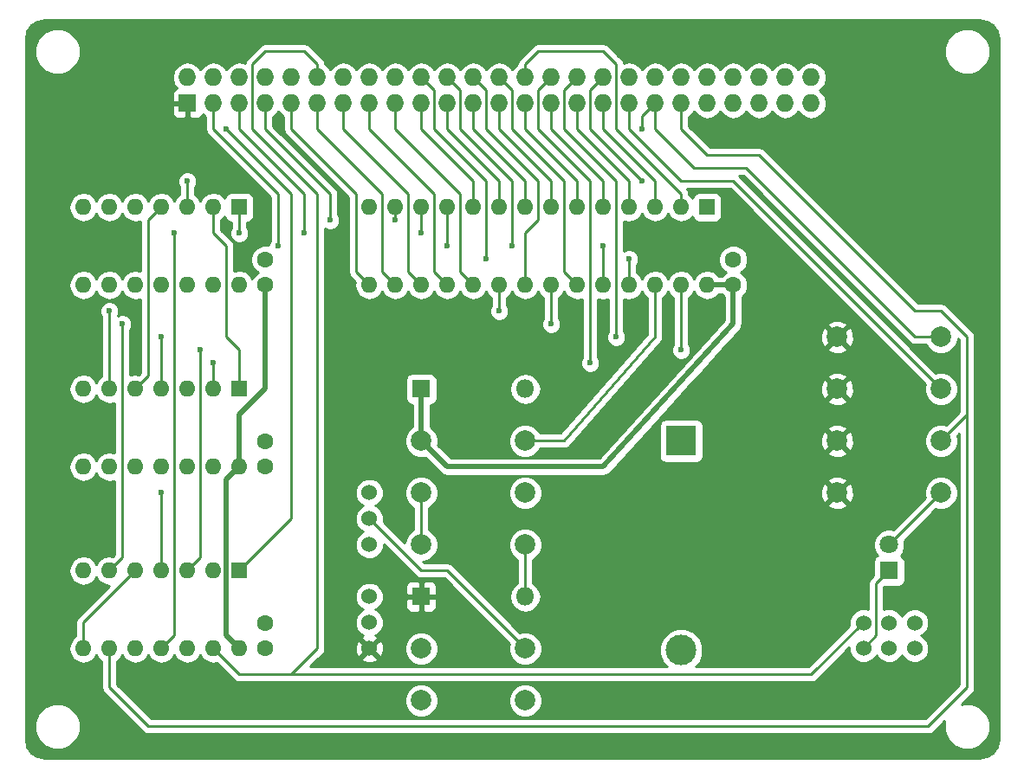
<source format=gbr>
G04 #@! TF.FileFunction,Copper,L1,Top,Signal*
%FSLAX46Y46*%
G04 Gerber Fmt 4.6, Leading zero omitted, Abs format (unit mm)*
G04 Created by KiCad (PCBNEW 4.0.7) date *
%MOMM*%
%LPD*%
G01*
G04 APERTURE LIST*
%ADD10C,0.100000*%
%ADD11C,3.000000*%
%ADD12R,3.000000X3.000000*%
%ADD13C,1.600000*%
%ADD14R,1.800000X1.800000*%
%ADD15O,1.800000X1.800000*%
%ADD16C,1.800000*%
%ADD17R,1.600000X1.600000*%
%ADD18O,1.600000X1.600000*%
%ADD19C,1.998980*%
%ADD20C,1.524000*%
%ADD21R,1.727200X1.727200*%
%ADD22O,1.727200X1.727200*%
%ADD23C,0.600000*%
%ADD24C,0.500000*%
%ADD25C,0.250000*%
%ADD26C,0.254000*%
G04 APERTURE END LIST*
D10*
D11*
X154940000Y-122090000D03*
D12*
X154940000Y-101600000D03*
D13*
X114300000Y-121920000D03*
X114300000Y-119420000D03*
X114300000Y-104140000D03*
X114300000Y-101640000D03*
X114300000Y-86360000D03*
X114300000Y-83860000D03*
D14*
X129540000Y-96520000D03*
D15*
X139700000Y-96520000D03*
D14*
X129540000Y-116840000D03*
D15*
X139700000Y-116840000D03*
D14*
X175260000Y-114300000D03*
D16*
X175260000Y-111760000D03*
D17*
X111760000Y-114300000D03*
D18*
X96520000Y-121920000D03*
X109220000Y-114300000D03*
X99060000Y-121920000D03*
X106680000Y-114300000D03*
X101600000Y-121920000D03*
X104140000Y-114300000D03*
X104140000Y-121920000D03*
X101600000Y-114300000D03*
X106680000Y-121920000D03*
X99060000Y-114300000D03*
X109220000Y-121920000D03*
X96520000Y-114300000D03*
X111760000Y-121920000D03*
D17*
X111760000Y-96520000D03*
D18*
X96520000Y-104140000D03*
X109220000Y-96520000D03*
X99060000Y-104140000D03*
X106680000Y-96520000D03*
X101600000Y-104140000D03*
X104140000Y-96520000D03*
X104140000Y-104140000D03*
X101600000Y-96520000D03*
X106680000Y-104140000D03*
X99060000Y-96520000D03*
X109220000Y-104140000D03*
X96520000Y-96520000D03*
X111760000Y-104140000D03*
D17*
X111760000Y-78740000D03*
D18*
X96520000Y-86360000D03*
X109220000Y-78740000D03*
X99060000Y-86360000D03*
X106680000Y-78740000D03*
X101600000Y-86360000D03*
X104140000Y-78740000D03*
X104140000Y-86360000D03*
X101600000Y-78740000D03*
X106680000Y-86360000D03*
X99060000Y-78740000D03*
X109220000Y-86360000D03*
X96520000Y-78740000D03*
X111760000Y-86360000D03*
D17*
X157480000Y-78740000D03*
D18*
X124460000Y-86360000D03*
X154940000Y-78740000D03*
X127000000Y-86360000D03*
X152400000Y-78740000D03*
X129540000Y-86360000D03*
X149860000Y-78740000D03*
X132080000Y-86360000D03*
X147320000Y-78740000D03*
X134620000Y-86360000D03*
X144780000Y-78740000D03*
X137160000Y-86360000D03*
X142240000Y-78740000D03*
X139700000Y-86360000D03*
X139700000Y-78740000D03*
X142240000Y-86360000D03*
X137160000Y-78740000D03*
X144780000Y-86360000D03*
X134620000Y-78740000D03*
X147320000Y-86360000D03*
X132080000Y-78740000D03*
X149860000Y-86360000D03*
X129540000Y-78740000D03*
X152400000Y-86360000D03*
X127000000Y-78740000D03*
X154940000Y-86360000D03*
X124460000Y-78740000D03*
X157480000Y-86360000D03*
D19*
X129540000Y-101600000D03*
X139700000Y-101600000D03*
X129540000Y-106680000D03*
X139700000Y-106680000D03*
X129540000Y-111760000D03*
X139700000Y-111760000D03*
X129540000Y-121920000D03*
X139700000Y-121920000D03*
X170180000Y-91440000D03*
X180340000Y-91440000D03*
X170180000Y-96520000D03*
X180340000Y-96520000D03*
X170180000Y-101600000D03*
X180340000Y-101600000D03*
X170180000Y-106680000D03*
X180340000Y-106680000D03*
D20*
X172760000Y-119400000D03*
X175260000Y-119400000D03*
X177760000Y-119400000D03*
X172760000Y-121900000D03*
X175260000Y-121900000D03*
X177760000Y-121900000D03*
X124460000Y-119380000D03*
X124460000Y-116840000D03*
X124460000Y-121920000D03*
X124460000Y-109220000D03*
X124460000Y-106680000D03*
X124460000Y-111760000D03*
D13*
X160020000Y-86360000D03*
X160020000Y-83860000D03*
D21*
X106680000Y-68580000D03*
D22*
X106680000Y-66040000D03*
X109220000Y-68580000D03*
X109220000Y-66040000D03*
X111760000Y-68580000D03*
X111760000Y-66040000D03*
X114300000Y-68580000D03*
X114300000Y-66040000D03*
X116840000Y-68580000D03*
X116840000Y-66040000D03*
X119380000Y-68580000D03*
X119380000Y-66040000D03*
X121920000Y-68580000D03*
X121920000Y-66040000D03*
X124460000Y-68580000D03*
X124460000Y-66040000D03*
X127000000Y-68580000D03*
X127000000Y-66040000D03*
X129540000Y-68580000D03*
X129540000Y-66040000D03*
X132080000Y-68580000D03*
X132080000Y-66040000D03*
X134620000Y-68580000D03*
X134620000Y-66040000D03*
X137160000Y-68580000D03*
X137160000Y-66040000D03*
X139700000Y-68580000D03*
X139700000Y-66040000D03*
X142240000Y-68580000D03*
X142240000Y-66040000D03*
X144780000Y-68580000D03*
X144780000Y-66040000D03*
X147320000Y-68580000D03*
X147320000Y-66040000D03*
X149860000Y-68580000D03*
X149860000Y-66040000D03*
X152400000Y-68580000D03*
X152400000Y-66040000D03*
X154940000Y-68580000D03*
X154940000Y-66040000D03*
X157480000Y-68580000D03*
X157480000Y-66040000D03*
X160020000Y-68580000D03*
X160020000Y-66040000D03*
X162560000Y-68580000D03*
X162560000Y-66040000D03*
X165100000Y-68580000D03*
X165100000Y-66040000D03*
X167640000Y-68580000D03*
X167640000Y-66040000D03*
D19*
X129540000Y-127000000D03*
X139700000Y-127000000D03*
D23*
X110490000Y-71120000D03*
X151130000Y-71120000D03*
X107950000Y-92710000D03*
X154940000Y-92710000D03*
X104140000Y-106680000D03*
X105410000Y-81280000D03*
X111760000Y-81280000D03*
X142240000Y-90170000D03*
X100330000Y-90170000D03*
X109220000Y-93980000D03*
X146050000Y-93980000D03*
X148590000Y-91440000D03*
X104140000Y-91440000D03*
X106680000Y-76200000D03*
X151130000Y-76200000D03*
X138430000Y-82550000D03*
X147320000Y-82550000D03*
X132080000Y-82550000D03*
X115570000Y-82550000D03*
X149860000Y-83820000D03*
X135890000Y-83820000D03*
X129540000Y-81280000D03*
X118110000Y-81280000D03*
X127000000Y-80010000D03*
X120650000Y-80010000D03*
X137160000Y-88900000D03*
X99060000Y-88900000D03*
D24*
X129540000Y-101600000D02*
X132080000Y-104140000D01*
X160020000Y-90170000D02*
X160020000Y-86360000D01*
X147320000Y-104140000D02*
X160020000Y-90170000D01*
X132080000Y-104140000D02*
X147320000Y-104140000D01*
X160020000Y-86360000D02*
X157480000Y-86360000D01*
X111760000Y-121920000D02*
X110490000Y-120650000D01*
X110490000Y-105410000D02*
X111760000Y-104140000D01*
X110490000Y-115570000D02*
X110490000Y-105410000D01*
X110490000Y-120650000D02*
X110490000Y-115570000D01*
X111760000Y-104140000D02*
X111760000Y-99060000D01*
X114300000Y-96520000D02*
X114300000Y-86360000D01*
X111760000Y-99060000D02*
X114300000Y-96520000D01*
X129540000Y-101600000D02*
X129540000Y-96520000D01*
D25*
X175260000Y-114300000D02*
X173990000Y-115570000D01*
X173990000Y-120650000D02*
X172760000Y-121880000D01*
X173990000Y-115570000D02*
X173990000Y-120650000D01*
X172760000Y-121880000D02*
X172760000Y-121900000D01*
X175260000Y-111760000D02*
X180340000Y-106680000D01*
X152400000Y-68580000D02*
X151130000Y-69850000D01*
X116840000Y-109220000D02*
X111760000Y-114300000D01*
X116840000Y-77470000D02*
X116840000Y-109220000D01*
X110490000Y-71120000D02*
X116840000Y-77470000D01*
X151130000Y-69850000D02*
X151130000Y-71120000D01*
X152400000Y-68580000D02*
X152400000Y-71120000D01*
X177800000Y-91440000D02*
X180340000Y-91440000D01*
X161290000Y-74930000D02*
X177800000Y-91440000D01*
X156210000Y-74930000D02*
X161290000Y-74930000D01*
X152400000Y-71120000D02*
X156210000Y-74930000D01*
X96520000Y-121920000D02*
X96520000Y-119380000D01*
X96520000Y-119380000D02*
X101600000Y-114300000D01*
X182880000Y-99060000D02*
X182880000Y-125730000D01*
X99060000Y-125730000D02*
X99060000Y-121920000D01*
X102870000Y-129540000D02*
X99060000Y-125730000D01*
X179070000Y-129540000D02*
X102870000Y-129540000D01*
X180340000Y-128270000D02*
X179070000Y-129540000D01*
X182880000Y-125730000D02*
X180340000Y-128270000D01*
X154940000Y-68580000D02*
X154940000Y-71120000D01*
X181610000Y-100330000D02*
X180340000Y-101600000D01*
X182880000Y-99060000D02*
X181610000Y-100330000D01*
X182880000Y-95250000D02*
X182880000Y-99060000D01*
X182880000Y-91440000D02*
X182880000Y-95250000D01*
X180340000Y-88900000D02*
X182880000Y-91440000D01*
X177800000Y-88900000D02*
X180340000Y-88900000D01*
X162560000Y-73660000D02*
X177800000Y-88900000D01*
X157480000Y-73660000D02*
X162560000Y-73660000D01*
X154940000Y-71120000D02*
X157480000Y-73660000D01*
X107950000Y-113030000D02*
X107950000Y-92710000D01*
X106680000Y-114300000D02*
X107950000Y-113030000D01*
X154940000Y-92710000D02*
X154940000Y-86360000D01*
X124460000Y-109220000D02*
X129540000Y-114300000D01*
X129540000Y-114300000D02*
X130810000Y-114300000D01*
X130810000Y-114300000D02*
X132080000Y-114300000D01*
X132080000Y-114300000D02*
X139700000Y-121920000D01*
X104140000Y-114300000D02*
X104140000Y-106680000D01*
X149860000Y-68580000D02*
X149860000Y-71120000D01*
X180340000Y-96520000D02*
X180340000Y-96520000D01*
X160020000Y-76200000D02*
X180340000Y-96520000D01*
X154940000Y-76200000D02*
X160020000Y-76200000D01*
X149860000Y-71120000D02*
X154940000Y-76200000D01*
X111760000Y-78740000D02*
X111760000Y-81280000D01*
X105410000Y-120650000D02*
X104140000Y-121920000D01*
X105410000Y-81280000D02*
X105410000Y-120650000D01*
X99060000Y-114300000D02*
X100330000Y-113030000D01*
X142240000Y-90170000D02*
X142240000Y-86360000D01*
X100330000Y-113030000D02*
X100330000Y-90170000D01*
X119380000Y-66040000D02*
X119380000Y-64770000D01*
X119380000Y-77470000D02*
X119380000Y-121920000D01*
X119380000Y-121920000D02*
X116840000Y-124460000D01*
X113030000Y-71120000D02*
X119380000Y-77470000D01*
X113030000Y-64770000D02*
X113030000Y-71120000D01*
X114300000Y-63500000D02*
X113030000Y-64770000D01*
X118110000Y-63500000D02*
X114300000Y-63500000D01*
X119380000Y-64770000D02*
X118110000Y-63500000D01*
X172760000Y-119400000D02*
X172700000Y-119400000D01*
X172700000Y-119400000D02*
X167640000Y-124460000D01*
X167640000Y-124460000D02*
X116840000Y-124460000D01*
X116840000Y-124460000D02*
X111760000Y-124460000D01*
X111760000Y-124460000D02*
X109220000Y-121920000D01*
X109220000Y-78740000D02*
X109220000Y-81280000D01*
X111760000Y-92710000D02*
X111760000Y-96520000D01*
X110490000Y-91440000D02*
X111760000Y-92710000D01*
X110490000Y-82550000D02*
X110490000Y-91440000D01*
X109220000Y-81280000D02*
X110490000Y-82550000D01*
X109220000Y-96520000D02*
X109220000Y-93980000D01*
X146050000Y-93980000D02*
X146050000Y-76200000D01*
X146050000Y-76200000D02*
X140970000Y-71120000D01*
X140970000Y-71120000D02*
X140970000Y-67310000D01*
X140970000Y-67310000D02*
X142240000Y-66040000D01*
X104140000Y-96520000D02*
X104140000Y-91440000D01*
X143510000Y-67310000D02*
X144780000Y-66040000D01*
X143510000Y-71120000D02*
X143510000Y-67310000D01*
X148590000Y-76200000D02*
X143510000Y-71120000D01*
X148590000Y-91440000D02*
X148590000Y-76200000D01*
X101600000Y-96520000D02*
X102870000Y-95250000D01*
X102870000Y-80010000D02*
X104140000Y-78740000D01*
X102870000Y-95250000D02*
X102870000Y-80010000D01*
X147320000Y-66040000D02*
X146050000Y-67310000D01*
X106680000Y-76200000D02*
X106680000Y-78740000D01*
X146050000Y-71120000D02*
X151130000Y-76200000D01*
X146050000Y-67310000D02*
X146050000Y-71120000D01*
X116840000Y-68580000D02*
X116840000Y-71120000D01*
X123190000Y-85090000D02*
X124460000Y-86360000D01*
X123190000Y-77470000D02*
X123190000Y-85090000D01*
X116840000Y-71120000D02*
X123190000Y-77470000D01*
X139700000Y-66040000D02*
X139700000Y-64770000D01*
X154940000Y-77470000D02*
X154940000Y-78740000D01*
X148590000Y-71120000D02*
X154940000Y-77470000D01*
X148590000Y-64770000D02*
X148590000Y-71120000D01*
X147320000Y-63500000D02*
X148590000Y-64770000D01*
X140970000Y-63500000D02*
X147320000Y-63500000D01*
X139700000Y-64770000D02*
X140970000Y-63500000D01*
X119380000Y-68580000D02*
X119380000Y-71120000D01*
X125730000Y-85090000D02*
X127000000Y-86360000D01*
X125730000Y-77470000D02*
X125730000Y-85090000D01*
X119380000Y-71120000D02*
X125730000Y-77470000D01*
X147320000Y-68580000D02*
X147320000Y-71120000D01*
X152400000Y-76200000D02*
X152400000Y-78740000D01*
X147320000Y-71120000D02*
X152400000Y-76200000D01*
X121920000Y-68580000D02*
X121920000Y-71120000D01*
X128270000Y-85090000D02*
X129540000Y-86360000D01*
X128270000Y-77470000D02*
X128270000Y-85090000D01*
X121920000Y-71120000D02*
X128270000Y-77470000D01*
X144780000Y-68580000D02*
X144780000Y-71120000D01*
X149860000Y-76200000D02*
X149860000Y-78740000D01*
X144780000Y-71120000D02*
X149860000Y-76200000D01*
X124460000Y-68580000D02*
X124460000Y-71120000D01*
X130810000Y-85090000D02*
X132080000Y-86360000D01*
X130810000Y-77470000D02*
X130810000Y-85090000D01*
X124460000Y-71120000D02*
X130810000Y-77470000D01*
X142240000Y-68580000D02*
X142240000Y-71120000D01*
X147320000Y-76200000D02*
X147320000Y-78740000D01*
X142240000Y-71120000D02*
X147320000Y-76200000D01*
X127000000Y-68580000D02*
X127000000Y-71120000D01*
X133350000Y-85090000D02*
X134620000Y-86360000D01*
X133350000Y-77470000D02*
X133350000Y-85090000D01*
X127000000Y-71120000D02*
X133350000Y-77470000D01*
X139700000Y-68580000D02*
X139700000Y-71120000D01*
X144780000Y-76200000D02*
X144780000Y-78740000D01*
X139700000Y-71120000D02*
X144780000Y-76200000D01*
X137160000Y-68580000D02*
X137160000Y-71120000D01*
X142240000Y-76200000D02*
X142240000Y-78740000D01*
X137160000Y-71120000D02*
X142240000Y-76200000D01*
X139700000Y-86360000D02*
X139700000Y-81280000D01*
X135890000Y-67310000D02*
X134620000Y-66040000D01*
X135890000Y-71120000D02*
X135890000Y-67310000D01*
X140970000Y-76200000D02*
X135890000Y-71120000D01*
X140970000Y-80010000D02*
X140970000Y-76200000D01*
X139700000Y-81280000D02*
X140970000Y-80010000D01*
X134620000Y-68580000D02*
X134620000Y-71120000D01*
X139700000Y-76200000D02*
X139700000Y-78740000D01*
X134620000Y-71120000D02*
X139700000Y-76200000D01*
X132080000Y-68580000D02*
X132080000Y-71120000D01*
X137160000Y-76200000D02*
X137160000Y-78740000D01*
X132080000Y-71120000D02*
X137160000Y-76200000D01*
X137160000Y-66040000D02*
X138430000Y-67310000D01*
X143510000Y-85090000D02*
X144780000Y-86360000D01*
X143510000Y-76200000D02*
X143510000Y-85090000D01*
X138430000Y-71120000D02*
X143510000Y-76200000D01*
X138430000Y-67310000D02*
X138430000Y-71120000D01*
X129540000Y-68580000D02*
X129540000Y-71120000D01*
X134620000Y-76200000D02*
X134620000Y-78740000D01*
X129540000Y-71120000D02*
X134620000Y-76200000D01*
X147320000Y-86360000D02*
X147320000Y-82550000D01*
X133350000Y-67310000D02*
X132080000Y-66040000D01*
X133350000Y-71120000D02*
X133350000Y-67310000D01*
X138430000Y-76200000D02*
X133350000Y-71120000D01*
X138430000Y-82550000D02*
X138430000Y-76200000D01*
X109220000Y-68580000D02*
X109220000Y-71120000D01*
X132080000Y-82550000D02*
X132080000Y-78740000D01*
X115570000Y-77470000D02*
X115570000Y-82550000D01*
X109220000Y-71120000D02*
X115570000Y-77470000D01*
X129540000Y-66040000D02*
X130810000Y-67310000D01*
X149860000Y-83820000D02*
X149860000Y-86360000D01*
X135890000Y-76200000D02*
X135890000Y-83820000D01*
X130810000Y-71120000D02*
X135890000Y-76200000D01*
X130810000Y-67310000D02*
X130810000Y-71120000D01*
X111760000Y-68580000D02*
X111760000Y-71120000D01*
X129540000Y-81280000D02*
X129540000Y-78740000D01*
X118110000Y-77470000D02*
X118110000Y-81280000D01*
X111760000Y-71120000D02*
X118110000Y-77470000D01*
X114300000Y-68580000D02*
X114300000Y-71120000D01*
X127000000Y-80010000D02*
X127000000Y-78740000D01*
X120650000Y-77470000D02*
X120650000Y-80010000D01*
X114300000Y-71120000D02*
X120650000Y-77470000D01*
X99060000Y-96520000D02*
X99060000Y-88900000D01*
X137160000Y-88900000D02*
X137160000Y-86360000D01*
X152400000Y-91440000D02*
X143510000Y-101600000D01*
X143510000Y-101600000D02*
X139700000Y-101600000D01*
X152400000Y-86360000D02*
X152400000Y-91440000D01*
X139700000Y-116840000D02*
X139700000Y-111760000D01*
X129540000Y-106680000D02*
X129540000Y-111760000D01*
D26*
G36*
X184844989Y-60552152D02*
X185434170Y-60945830D01*
X185827848Y-61535011D01*
X185980000Y-62299931D01*
X185980000Y-130740069D01*
X185827848Y-131504989D01*
X185434170Y-132094170D01*
X184844989Y-132487848D01*
X184080069Y-132640000D01*
X92779931Y-132640000D01*
X92015011Y-132487848D01*
X91425830Y-132094170D01*
X91032152Y-131504989D01*
X90880000Y-130740069D01*
X90880000Y-129982619D01*
X91744613Y-129982619D01*
X92084155Y-130804372D01*
X92712321Y-131433636D01*
X93533481Y-131774611D01*
X94422619Y-131775387D01*
X95244372Y-131435845D01*
X95873636Y-130807679D01*
X96214611Y-129986519D01*
X96215387Y-129097381D01*
X95875845Y-128275628D01*
X95247679Y-127646364D01*
X94426519Y-127305389D01*
X93537381Y-127304613D01*
X92715628Y-127644155D01*
X92086364Y-128272321D01*
X91745389Y-129093481D01*
X91744613Y-129982619D01*
X90880000Y-129982619D01*
X90880000Y-78711887D01*
X95085000Y-78711887D01*
X95085000Y-78768113D01*
X95194233Y-79317264D01*
X95505302Y-79782811D01*
X95970849Y-80093880D01*
X96520000Y-80203113D01*
X97069151Y-80093880D01*
X97534698Y-79782811D01*
X97790000Y-79400725D01*
X98045302Y-79782811D01*
X98510849Y-80093880D01*
X99060000Y-80203113D01*
X99609151Y-80093880D01*
X100074698Y-79782811D01*
X100330000Y-79400725D01*
X100585302Y-79782811D01*
X101050849Y-80093880D01*
X101600000Y-80203113D01*
X102110000Y-80101668D01*
X102110000Y-84998332D01*
X101600000Y-84896887D01*
X101050849Y-85006120D01*
X100585302Y-85317189D01*
X100330000Y-85699275D01*
X100074698Y-85317189D01*
X99609151Y-85006120D01*
X99060000Y-84896887D01*
X98510849Y-85006120D01*
X98045302Y-85317189D01*
X97790000Y-85699275D01*
X97534698Y-85317189D01*
X97069151Y-85006120D01*
X96520000Y-84896887D01*
X95970849Y-85006120D01*
X95505302Y-85317189D01*
X95194233Y-85782736D01*
X95085000Y-86331887D01*
X95085000Y-86388113D01*
X95194233Y-86937264D01*
X95505302Y-87402811D01*
X95970849Y-87713880D01*
X96520000Y-87823113D01*
X97069151Y-87713880D01*
X97534698Y-87402811D01*
X97790000Y-87020725D01*
X98045302Y-87402811D01*
X98510849Y-87713880D01*
X99060000Y-87823113D01*
X99609151Y-87713880D01*
X100074698Y-87402811D01*
X100330000Y-87020725D01*
X100585302Y-87402811D01*
X101050849Y-87713880D01*
X101600000Y-87823113D01*
X102110000Y-87721668D01*
X102110000Y-94935198D01*
X101923886Y-95121312D01*
X101600000Y-95056887D01*
X101090000Y-95158332D01*
X101090000Y-90732463D01*
X101122192Y-90700327D01*
X101264838Y-90356799D01*
X101265162Y-89984833D01*
X101123117Y-89641057D01*
X100860327Y-89377808D01*
X100516799Y-89235162D01*
X100144833Y-89234838D01*
X99889570Y-89340310D01*
X99994838Y-89086799D01*
X99995162Y-88714833D01*
X99853117Y-88371057D01*
X99590327Y-88107808D01*
X99246799Y-87965162D01*
X98874833Y-87964838D01*
X98531057Y-88106883D01*
X98267808Y-88369673D01*
X98125162Y-88713201D01*
X98124838Y-89085167D01*
X98266883Y-89428943D01*
X98300000Y-89462118D01*
X98300000Y-95307005D01*
X98045302Y-95477189D01*
X97790000Y-95859275D01*
X97534698Y-95477189D01*
X97069151Y-95166120D01*
X96520000Y-95056887D01*
X95970849Y-95166120D01*
X95505302Y-95477189D01*
X95194233Y-95942736D01*
X95085000Y-96491887D01*
X95085000Y-96548113D01*
X95194233Y-97097264D01*
X95505302Y-97562811D01*
X95970849Y-97873880D01*
X96520000Y-97983113D01*
X97069151Y-97873880D01*
X97534698Y-97562811D01*
X97790000Y-97180725D01*
X98045302Y-97562811D01*
X98510849Y-97873880D01*
X99060000Y-97983113D01*
X99570000Y-97881668D01*
X99570000Y-102778332D01*
X99060000Y-102676887D01*
X98510849Y-102786120D01*
X98045302Y-103097189D01*
X97790000Y-103479275D01*
X97534698Y-103097189D01*
X97069151Y-102786120D01*
X96520000Y-102676887D01*
X95970849Y-102786120D01*
X95505302Y-103097189D01*
X95194233Y-103562736D01*
X95085000Y-104111887D01*
X95085000Y-104168113D01*
X95194233Y-104717264D01*
X95505302Y-105182811D01*
X95970849Y-105493880D01*
X96520000Y-105603113D01*
X97069151Y-105493880D01*
X97534698Y-105182811D01*
X97790000Y-104800725D01*
X98045302Y-105182811D01*
X98510849Y-105493880D01*
X99060000Y-105603113D01*
X99570000Y-105501668D01*
X99570000Y-112715198D01*
X99383886Y-112901312D01*
X99060000Y-112836887D01*
X98510849Y-112946120D01*
X98045302Y-113257189D01*
X97790000Y-113639275D01*
X97534698Y-113257189D01*
X97069151Y-112946120D01*
X96520000Y-112836887D01*
X95970849Y-112946120D01*
X95505302Y-113257189D01*
X95194233Y-113722736D01*
X95085000Y-114271887D01*
X95085000Y-114328113D01*
X95194233Y-114877264D01*
X95505302Y-115342811D01*
X95970849Y-115653880D01*
X96520000Y-115763113D01*
X97069151Y-115653880D01*
X97534698Y-115342811D01*
X97790000Y-114960725D01*
X98045302Y-115342811D01*
X98510849Y-115653880D01*
X99060000Y-115763113D01*
X99062603Y-115762595D01*
X95982599Y-118842599D01*
X95817852Y-119089161D01*
X95760000Y-119380000D01*
X95760000Y-120707005D01*
X95505302Y-120877189D01*
X95194233Y-121342736D01*
X95085000Y-121891887D01*
X95085000Y-121948113D01*
X95194233Y-122497264D01*
X95505302Y-122962811D01*
X95970849Y-123273880D01*
X96520000Y-123383113D01*
X97069151Y-123273880D01*
X97534698Y-122962811D01*
X97790000Y-122580725D01*
X98045302Y-122962811D01*
X98300000Y-123132995D01*
X98300000Y-125730000D01*
X98357852Y-126020839D01*
X98522599Y-126267401D01*
X102332599Y-130077401D01*
X102579161Y-130242148D01*
X102870000Y-130300000D01*
X179070000Y-130300000D01*
X179360839Y-130242148D01*
X179607401Y-130077401D01*
X180683782Y-129001020D01*
X180645389Y-129093481D01*
X180644613Y-129982619D01*
X180984155Y-130804372D01*
X181612321Y-131433636D01*
X182433481Y-131774611D01*
X183322619Y-131775387D01*
X184144372Y-131435845D01*
X184773636Y-130807679D01*
X185114611Y-129986519D01*
X185115387Y-129097381D01*
X184775845Y-128275628D01*
X184147679Y-127646364D01*
X183326519Y-127305389D01*
X182437381Y-127304613D01*
X182339918Y-127344884D01*
X183417401Y-126267401D01*
X183582148Y-126020840D01*
X183591746Y-125972586D01*
X183640000Y-125730000D01*
X183640000Y-91440000D01*
X183582148Y-91149161D01*
X183582148Y-91149160D01*
X183417401Y-90902599D01*
X180877401Y-88362599D01*
X180630839Y-88197852D01*
X180340000Y-88140000D01*
X178114802Y-88140000D01*
X163097401Y-73122599D01*
X162850839Y-72957852D01*
X162560000Y-72900000D01*
X157794802Y-72900000D01*
X155700000Y-70805198D01*
X155700000Y-69869262D01*
X155999670Y-69669029D01*
X156210000Y-69354248D01*
X156420330Y-69669029D01*
X156906511Y-69993885D01*
X157480000Y-70107959D01*
X158053489Y-69993885D01*
X158539670Y-69669029D01*
X158750000Y-69354248D01*
X158960330Y-69669029D01*
X159446511Y-69993885D01*
X160020000Y-70107959D01*
X160593489Y-69993885D01*
X161079670Y-69669029D01*
X161290000Y-69354248D01*
X161500330Y-69669029D01*
X161986511Y-69993885D01*
X162560000Y-70107959D01*
X163133489Y-69993885D01*
X163619670Y-69669029D01*
X163830000Y-69354248D01*
X164040330Y-69669029D01*
X164526511Y-69993885D01*
X165100000Y-70107959D01*
X165673489Y-69993885D01*
X166159670Y-69669029D01*
X166370000Y-69354248D01*
X166580330Y-69669029D01*
X167066511Y-69993885D01*
X167640000Y-70107959D01*
X168213489Y-69993885D01*
X168699670Y-69669029D01*
X169024526Y-69182848D01*
X169138600Y-68609359D01*
X169138600Y-68550641D01*
X169024526Y-67977152D01*
X168699670Y-67490971D01*
X168428828Y-67310000D01*
X168699670Y-67129029D01*
X169024526Y-66642848D01*
X169138600Y-66069359D01*
X169138600Y-66010641D01*
X169024526Y-65437152D01*
X168699670Y-64950971D01*
X168213489Y-64626115D01*
X167640000Y-64512041D01*
X167066511Y-64626115D01*
X166580330Y-64950971D01*
X166370000Y-65265752D01*
X166159670Y-64950971D01*
X165673489Y-64626115D01*
X165100000Y-64512041D01*
X164526511Y-64626115D01*
X164040330Y-64950971D01*
X163830000Y-65265752D01*
X163619670Y-64950971D01*
X163133489Y-64626115D01*
X162560000Y-64512041D01*
X161986511Y-64626115D01*
X161500330Y-64950971D01*
X161290000Y-65265752D01*
X161079670Y-64950971D01*
X160593489Y-64626115D01*
X160020000Y-64512041D01*
X159446511Y-64626115D01*
X158960330Y-64950971D01*
X158750000Y-65265752D01*
X158539670Y-64950971D01*
X158053489Y-64626115D01*
X157480000Y-64512041D01*
X156906511Y-64626115D01*
X156420330Y-64950971D01*
X156210000Y-65265752D01*
X155999670Y-64950971D01*
X155513489Y-64626115D01*
X154940000Y-64512041D01*
X154366511Y-64626115D01*
X153880330Y-64950971D01*
X153670000Y-65265752D01*
X153459670Y-64950971D01*
X152973489Y-64626115D01*
X152400000Y-64512041D01*
X151826511Y-64626115D01*
X151340330Y-64950971D01*
X151130000Y-65265752D01*
X150919670Y-64950971D01*
X150433489Y-64626115D01*
X149860000Y-64512041D01*
X149320052Y-64619443D01*
X149292148Y-64479161D01*
X149292148Y-64479160D01*
X149127401Y-64232599D01*
X148837421Y-63942619D01*
X180644613Y-63942619D01*
X180984155Y-64764372D01*
X181612321Y-65393636D01*
X182433481Y-65734611D01*
X183322619Y-65735387D01*
X184144372Y-65395845D01*
X184773636Y-64767679D01*
X185114611Y-63946519D01*
X185115387Y-63057381D01*
X184775845Y-62235628D01*
X184147679Y-61606364D01*
X183326519Y-61265389D01*
X182437381Y-61264613D01*
X181615628Y-61604155D01*
X180986364Y-62232321D01*
X180645389Y-63053481D01*
X180644613Y-63942619D01*
X148837421Y-63942619D01*
X147857401Y-62962599D01*
X147610839Y-62797852D01*
X147320000Y-62740000D01*
X140970000Y-62740000D01*
X140679160Y-62797852D01*
X140432599Y-62962599D01*
X139162599Y-64232599D01*
X138997852Y-64479161D01*
X138944419Y-64747785D01*
X138640330Y-64950971D01*
X138430000Y-65265752D01*
X138219670Y-64950971D01*
X137733489Y-64626115D01*
X137160000Y-64512041D01*
X136586511Y-64626115D01*
X136100330Y-64950971D01*
X135890000Y-65265752D01*
X135679670Y-64950971D01*
X135193489Y-64626115D01*
X134620000Y-64512041D01*
X134046511Y-64626115D01*
X133560330Y-64950971D01*
X133350000Y-65265752D01*
X133139670Y-64950971D01*
X132653489Y-64626115D01*
X132080000Y-64512041D01*
X131506511Y-64626115D01*
X131020330Y-64950971D01*
X130810000Y-65265752D01*
X130599670Y-64950971D01*
X130113489Y-64626115D01*
X129540000Y-64512041D01*
X128966511Y-64626115D01*
X128480330Y-64950971D01*
X128270000Y-65265752D01*
X128059670Y-64950971D01*
X127573489Y-64626115D01*
X127000000Y-64512041D01*
X126426511Y-64626115D01*
X125940330Y-64950971D01*
X125730000Y-65265752D01*
X125519670Y-64950971D01*
X125033489Y-64626115D01*
X124460000Y-64512041D01*
X123886511Y-64626115D01*
X123400330Y-64950971D01*
X123190000Y-65265752D01*
X122979670Y-64950971D01*
X122493489Y-64626115D01*
X121920000Y-64512041D01*
X121346511Y-64626115D01*
X120860330Y-64950971D01*
X120650000Y-65265752D01*
X120439670Y-64950971D01*
X120135581Y-64747785D01*
X120082148Y-64479161D01*
X120082148Y-64479160D01*
X119917401Y-64232599D01*
X118647401Y-62962599D01*
X118400839Y-62797852D01*
X118110000Y-62740000D01*
X114300000Y-62740000D01*
X114009160Y-62797852D01*
X113762599Y-62962599D01*
X112492599Y-64232599D01*
X112327852Y-64479161D01*
X112299948Y-64619443D01*
X111760000Y-64512041D01*
X111186511Y-64626115D01*
X110700330Y-64950971D01*
X110490000Y-65265752D01*
X110279670Y-64950971D01*
X109793489Y-64626115D01*
X109220000Y-64512041D01*
X108646511Y-64626115D01*
X108160330Y-64950971D01*
X107950000Y-65265752D01*
X107739670Y-64950971D01*
X107253489Y-64626115D01*
X106680000Y-64512041D01*
X106106511Y-64626115D01*
X105620330Y-64950971D01*
X105295474Y-65437152D01*
X105181400Y-66010641D01*
X105181400Y-66069359D01*
X105295474Y-66642848D01*
X105610526Y-67114356D01*
X105456701Y-67178073D01*
X105278073Y-67356702D01*
X105181400Y-67590091D01*
X105181400Y-68294250D01*
X105340150Y-68453000D01*
X106553000Y-68453000D01*
X106553000Y-68433000D01*
X106807000Y-68433000D01*
X106807000Y-68453000D01*
X106827000Y-68453000D01*
X106827000Y-68707000D01*
X106807000Y-68707000D01*
X106807000Y-69919850D01*
X106965750Y-70078600D01*
X107669910Y-70078600D01*
X107903299Y-69981927D01*
X108081927Y-69803298D01*
X108146263Y-69647977D01*
X108160330Y-69669029D01*
X108460000Y-69869262D01*
X108460000Y-71120000D01*
X108517852Y-71410839D01*
X108682599Y-71657401D01*
X114810000Y-77784802D01*
X114810000Y-81987537D01*
X114777808Y-82019673D01*
X114635162Y-82363201D01*
X114635090Y-82445347D01*
X114586691Y-82425250D01*
X114015813Y-82424752D01*
X113488200Y-82642757D01*
X113084176Y-83046077D01*
X112865250Y-83573309D01*
X112864752Y-84144187D01*
X113082757Y-84671800D01*
X113486077Y-85075824D01*
X113567931Y-85109813D01*
X113488200Y-85142757D01*
X113084176Y-85546077D01*
X113024180Y-85690564D01*
X112774698Y-85317189D01*
X112309151Y-85006120D01*
X111760000Y-84896887D01*
X111250000Y-84998332D01*
X111250000Y-82550000D01*
X111192148Y-82259160D01*
X111027401Y-82012599D01*
X109980000Y-80965198D01*
X109980000Y-79952995D01*
X110234698Y-79782811D01*
X110331101Y-79638535D01*
X110356838Y-79775317D01*
X110495910Y-79991441D01*
X110708110Y-80136431D01*
X110960000Y-80187440D01*
X111000000Y-80187440D01*
X111000000Y-80717537D01*
X110967808Y-80749673D01*
X110825162Y-81093201D01*
X110824838Y-81465167D01*
X110966883Y-81808943D01*
X111229673Y-82072192D01*
X111573201Y-82214838D01*
X111945167Y-82215162D01*
X112288943Y-82073117D01*
X112552192Y-81810327D01*
X112694838Y-81466799D01*
X112695162Y-81094833D01*
X112553117Y-80751057D01*
X112520000Y-80717882D01*
X112520000Y-80187440D01*
X112560000Y-80187440D01*
X112795317Y-80143162D01*
X113011441Y-80004090D01*
X113156431Y-79791890D01*
X113207440Y-79540000D01*
X113207440Y-77940000D01*
X113163162Y-77704683D01*
X113024090Y-77488559D01*
X112811890Y-77343569D01*
X112560000Y-77292560D01*
X110960000Y-77292560D01*
X110724683Y-77336838D01*
X110508559Y-77475910D01*
X110363569Y-77688110D01*
X110332185Y-77843089D01*
X110234698Y-77697189D01*
X109769151Y-77386120D01*
X109220000Y-77276887D01*
X108670849Y-77386120D01*
X108205302Y-77697189D01*
X107950000Y-78079275D01*
X107694698Y-77697189D01*
X107440000Y-77527005D01*
X107440000Y-76762463D01*
X107472192Y-76730327D01*
X107614838Y-76386799D01*
X107615162Y-76014833D01*
X107473117Y-75671057D01*
X107210327Y-75407808D01*
X106866799Y-75265162D01*
X106494833Y-75264838D01*
X106151057Y-75406883D01*
X105887808Y-75669673D01*
X105745162Y-76013201D01*
X105744838Y-76385167D01*
X105886883Y-76728943D01*
X105920000Y-76762118D01*
X105920000Y-77527005D01*
X105665302Y-77697189D01*
X105410000Y-78079275D01*
X105154698Y-77697189D01*
X104689151Y-77386120D01*
X104140000Y-77276887D01*
X103590849Y-77386120D01*
X103125302Y-77697189D01*
X102870000Y-78079275D01*
X102614698Y-77697189D01*
X102149151Y-77386120D01*
X101600000Y-77276887D01*
X101050849Y-77386120D01*
X100585302Y-77697189D01*
X100330000Y-78079275D01*
X100074698Y-77697189D01*
X99609151Y-77386120D01*
X99060000Y-77276887D01*
X98510849Y-77386120D01*
X98045302Y-77697189D01*
X97790000Y-78079275D01*
X97534698Y-77697189D01*
X97069151Y-77386120D01*
X96520000Y-77276887D01*
X95970849Y-77386120D01*
X95505302Y-77697189D01*
X95194233Y-78162736D01*
X95085000Y-78711887D01*
X90880000Y-78711887D01*
X90880000Y-68865750D01*
X105181400Y-68865750D01*
X105181400Y-69569909D01*
X105278073Y-69803298D01*
X105456701Y-69981927D01*
X105690090Y-70078600D01*
X106394250Y-70078600D01*
X106553000Y-69919850D01*
X106553000Y-68707000D01*
X105340150Y-68707000D01*
X105181400Y-68865750D01*
X90880000Y-68865750D01*
X90880000Y-63942619D01*
X91744613Y-63942619D01*
X92084155Y-64764372D01*
X92712321Y-65393636D01*
X93533481Y-65734611D01*
X94422619Y-65735387D01*
X95244372Y-65395845D01*
X95873636Y-64767679D01*
X96214611Y-63946519D01*
X96215387Y-63057381D01*
X95875845Y-62235628D01*
X95247679Y-61606364D01*
X94426519Y-61265389D01*
X93537381Y-61264613D01*
X92715628Y-61604155D01*
X92086364Y-62232321D01*
X91745389Y-63053481D01*
X91744613Y-63942619D01*
X90880000Y-63942619D01*
X90880000Y-62299931D01*
X91032152Y-61535011D01*
X91425830Y-60945830D01*
X92015011Y-60552152D01*
X92779931Y-60400000D01*
X184080069Y-60400000D01*
X184844989Y-60552152D01*
X184844989Y-60552152D01*
G37*
X184844989Y-60552152D02*
X185434170Y-60945830D01*
X185827848Y-61535011D01*
X185980000Y-62299931D01*
X185980000Y-130740069D01*
X185827848Y-131504989D01*
X185434170Y-132094170D01*
X184844989Y-132487848D01*
X184080069Y-132640000D01*
X92779931Y-132640000D01*
X92015011Y-132487848D01*
X91425830Y-132094170D01*
X91032152Y-131504989D01*
X90880000Y-130740069D01*
X90880000Y-129982619D01*
X91744613Y-129982619D01*
X92084155Y-130804372D01*
X92712321Y-131433636D01*
X93533481Y-131774611D01*
X94422619Y-131775387D01*
X95244372Y-131435845D01*
X95873636Y-130807679D01*
X96214611Y-129986519D01*
X96215387Y-129097381D01*
X95875845Y-128275628D01*
X95247679Y-127646364D01*
X94426519Y-127305389D01*
X93537381Y-127304613D01*
X92715628Y-127644155D01*
X92086364Y-128272321D01*
X91745389Y-129093481D01*
X91744613Y-129982619D01*
X90880000Y-129982619D01*
X90880000Y-78711887D01*
X95085000Y-78711887D01*
X95085000Y-78768113D01*
X95194233Y-79317264D01*
X95505302Y-79782811D01*
X95970849Y-80093880D01*
X96520000Y-80203113D01*
X97069151Y-80093880D01*
X97534698Y-79782811D01*
X97790000Y-79400725D01*
X98045302Y-79782811D01*
X98510849Y-80093880D01*
X99060000Y-80203113D01*
X99609151Y-80093880D01*
X100074698Y-79782811D01*
X100330000Y-79400725D01*
X100585302Y-79782811D01*
X101050849Y-80093880D01*
X101600000Y-80203113D01*
X102110000Y-80101668D01*
X102110000Y-84998332D01*
X101600000Y-84896887D01*
X101050849Y-85006120D01*
X100585302Y-85317189D01*
X100330000Y-85699275D01*
X100074698Y-85317189D01*
X99609151Y-85006120D01*
X99060000Y-84896887D01*
X98510849Y-85006120D01*
X98045302Y-85317189D01*
X97790000Y-85699275D01*
X97534698Y-85317189D01*
X97069151Y-85006120D01*
X96520000Y-84896887D01*
X95970849Y-85006120D01*
X95505302Y-85317189D01*
X95194233Y-85782736D01*
X95085000Y-86331887D01*
X95085000Y-86388113D01*
X95194233Y-86937264D01*
X95505302Y-87402811D01*
X95970849Y-87713880D01*
X96520000Y-87823113D01*
X97069151Y-87713880D01*
X97534698Y-87402811D01*
X97790000Y-87020725D01*
X98045302Y-87402811D01*
X98510849Y-87713880D01*
X99060000Y-87823113D01*
X99609151Y-87713880D01*
X100074698Y-87402811D01*
X100330000Y-87020725D01*
X100585302Y-87402811D01*
X101050849Y-87713880D01*
X101600000Y-87823113D01*
X102110000Y-87721668D01*
X102110000Y-94935198D01*
X101923886Y-95121312D01*
X101600000Y-95056887D01*
X101090000Y-95158332D01*
X101090000Y-90732463D01*
X101122192Y-90700327D01*
X101264838Y-90356799D01*
X101265162Y-89984833D01*
X101123117Y-89641057D01*
X100860327Y-89377808D01*
X100516799Y-89235162D01*
X100144833Y-89234838D01*
X99889570Y-89340310D01*
X99994838Y-89086799D01*
X99995162Y-88714833D01*
X99853117Y-88371057D01*
X99590327Y-88107808D01*
X99246799Y-87965162D01*
X98874833Y-87964838D01*
X98531057Y-88106883D01*
X98267808Y-88369673D01*
X98125162Y-88713201D01*
X98124838Y-89085167D01*
X98266883Y-89428943D01*
X98300000Y-89462118D01*
X98300000Y-95307005D01*
X98045302Y-95477189D01*
X97790000Y-95859275D01*
X97534698Y-95477189D01*
X97069151Y-95166120D01*
X96520000Y-95056887D01*
X95970849Y-95166120D01*
X95505302Y-95477189D01*
X95194233Y-95942736D01*
X95085000Y-96491887D01*
X95085000Y-96548113D01*
X95194233Y-97097264D01*
X95505302Y-97562811D01*
X95970849Y-97873880D01*
X96520000Y-97983113D01*
X97069151Y-97873880D01*
X97534698Y-97562811D01*
X97790000Y-97180725D01*
X98045302Y-97562811D01*
X98510849Y-97873880D01*
X99060000Y-97983113D01*
X99570000Y-97881668D01*
X99570000Y-102778332D01*
X99060000Y-102676887D01*
X98510849Y-102786120D01*
X98045302Y-103097189D01*
X97790000Y-103479275D01*
X97534698Y-103097189D01*
X97069151Y-102786120D01*
X96520000Y-102676887D01*
X95970849Y-102786120D01*
X95505302Y-103097189D01*
X95194233Y-103562736D01*
X95085000Y-104111887D01*
X95085000Y-104168113D01*
X95194233Y-104717264D01*
X95505302Y-105182811D01*
X95970849Y-105493880D01*
X96520000Y-105603113D01*
X97069151Y-105493880D01*
X97534698Y-105182811D01*
X97790000Y-104800725D01*
X98045302Y-105182811D01*
X98510849Y-105493880D01*
X99060000Y-105603113D01*
X99570000Y-105501668D01*
X99570000Y-112715198D01*
X99383886Y-112901312D01*
X99060000Y-112836887D01*
X98510849Y-112946120D01*
X98045302Y-113257189D01*
X97790000Y-113639275D01*
X97534698Y-113257189D01*
X97069151Y-112946120D01*
X96520000Y-112836887D01*
X95970849Y-112946120D01*
X95505302Y-113257189D01*
X95194233Y-113722736D01*
X95085000Y-114271887D01*
X95085000Y-114328113D01*
X95194233Y-114877264D01*
X95505302Y-115342811D01*
X95970849Y-115653880D01*
X96520000Y-115763113D01*
X97069151Y-115653880D01*
X97534698Y-115342811D01*
X97790000Y-114960725D01*
X98045302Y-115342811D01*
X98510849Y-115653880D01*
X99060000Y-115763113D01*
X99062603Y-115762595D01*
X95982599Y-118842599D01*
X95817852Y-119089161D01*
X95760000Y-119380000D01*
X95760000Y-120707005D01*
X95505302Y-120877189D01*
X95194233Y-121342736D01*
X95085000Y-121891887D01*
X95085000Y-121948113D01*
X95194233Y-122497264D01*
X95505302Y-122962811D01*
X95970849Y-123273880D01*
X96520000Y-123383113D01*
X97069151Y-123273880D01*
X97534698Y-122962811D01*
X97790000Y-122580725D01*
X98045302Y-122962811D01*
X98300000Y-123132995D01*
X98300000Y-125730000D01*
X98357852Y-126020839D01*
X98522599Y-126267401D01*
X102332599Y-130077401D01*
X102579161Y-130242148D01*
X102870000Y-130300000D01*
X179070000Y-130300000D01*
X179360839Y-130242148D01*
X179607401Y-130077401D01*
X180683782Y-129001020D01*
X180645389Y-129093481D01*
X180644613Y-129982619D01*
X180984155Y-130804372D01*
X181612321Y-131433636D01*
X182433481Y-131774611D01*
X183322619Y-131775387D01*
X184144372Y-131435845D01*
X184773636Y-130807679D01*
X185114611Y-129986519D01*
X185115387Y-129097381D01*
X184775845Y-128275628D01*
X184147679Y-127646364D01*
X183326519Y-127305389D01*
X182437381Y-127304613D01*
X182339918Y-127344884D01*
X183417401Y-126267401D01*
X183582148Y-126020840D01*
X183591746Y-125972586D01*
X183640000Y-125730000D01*
X183640000Y-91440000D01*
X183582148Y-91149161D01*
X183582148Y-91149160D01*
X183417401Y-90902599D01*
X180877401Y-88362599D01*
X180630839Y-88197852D01*
X180340000Y-88140000D01*
X178114802Y-88140000D01*
X163097401Y-73122599D01*
X162850839Y-72957852D01*
X162560000Y-72900000D01*
X157794802Y-72900000D01*
X155700000Y-70805198D01*
X155700000Y-69869262D01*
X155999670Y-69669029D01*
X156210000Y-69354248D01*
X156420330Y-69669029D01*
X156906511Y-69993885D01*
X157480000Y-70107959D01*
X158053489Y-69993885D01*
X158539670Y-69669029D01*
X158750000Y-69354248D01*
X158960330Y-69669029D01*
X159446511Y-69993885D01*
X160020000Y-70107959D01*
X160593489Y-69993885D01*
X161079670Y-69669029D01*
X161290000Y-69354248D01*
X161500330Y-69669029D01*
X161986511Y-69993885D01*
X162560000Y-70107959D01*
X163133489Y-69993885D01*
X163619670Y-69669029D01*
X163830000Y-69354248D01*
X164040330Y-69669029D01*
X164526511Y-69993885D01*
X165100000Y-70107959D01*
X165673489Y-69993885D01*
X166159670Y-69669029D01*
X166370000Y-69354248D01*
X166580330Y-69669029D01*
X167066511Y-69993885D01*
X167640000Y-70107959D01*
X168213489Y-69993885D01*
X168699670Y-69669029D01*
X169024526Y-69182848D01*
X169138600Y-68609359D01*
X169138600Y-68550641D01*
X169024526Y-67977152D01*
X168699670Y-67490971D01*
X168428828Y-67310000D01*
X168699670Y-67129029D01*
X169024526Y-66642848D01*
X169138600Y-66069359D01*
X169138600Y-66010641D01*
X169024526Y-65437152D01*
X168699670Y-64950971D01*
X168213489Y-64626115D01*
X167640000Y-64512041D01*
X167066511Y-64626115D01*
X166580330Y-64950971D01*
X166370000Y-65265752D01*
X166159670Y-64950971D01*
X165673489Y-64626115D01*
X165100000Y-64512041D01*
X164526511Y-64626115D01*
X164040330Y-64950971D01*
X163830000Y-65265752D01*
X163619670Y-64950971D01*
X163133489Y-64626115D01*
X162560000Y-64512041D01*
X161986511Y-64626115D01*
X161500330Y-64950971D01*
X161290000Y-65265752D01*
X161079670Y-64950971D01*
X160593489Y-64626115D01*
X160020000Y-64512041D01*
X159446511Y-64626115D01*
X158960330Y-64950971D01*
X158750000Y-65265752D01*
X158539670Y-64950971D01*
X158053489Y-64626115D01*
X157480000Y-64512041D01*
X156906511Y-64626115D01*
X156420330Y-64950971D01*
X156210000Y-65265752D01*
X155999670Y-64950971D01*
X155513489Y-64626115D01*
X154940000Y-64512041D01*
X154366511Y-64626115D01*
X153880330Y-64950971D01*
X153670000Y-65265752D01*
X153459670Y-64950971D01*
X152973489Y-64626115D01*
X152400000Y-64512041D01*
X151826511Y-64626115D01*
X151340330Y-64950971D01*
X151130000Y-65265752D01*
X150919670Y-64950971D01*
X150433489Y-64626115D01*
X149860000Y-64512041D01*
X149320052Y-64619443D01*
X149292148Y-64479161D01*
X149292148Y-64479160D01*
X149127401Y-64232599D01*
X148837421Y-63942619D01*
X180644613Y-63942619D01*
X180984155Y-64764372D01*
X181612321Y-65393636D01*
X182433481Y-65734611D01*
X183322619Y-65735387D01*
X184144372Y-65395845D01*
X184773636Y-64767679D01*
X185114611Y-63946519D01*
X185115387Y-63057381D01*
X184775845Y-62235628D01*
X184147679Y-61606364D01*
X183326519Y-61265389D01*
X182437381Y-61264613D01*
X181615628Y-61604155D01*
X180986364Y-62232321D01*
X180645389Y-63053481D01*
X180644613Y-63942619D01*
X148837421Y-63942619D01*
X147857401Y-62962599D01*
X147610839Y-62797852D01*
X147320000Y-62740000D01*
X140970000Y-62740000D01*
X140679160Y-62797852D01*
X140432599Y-62962599D01*
X139162599Y-64232599D01*
X138997852Y-64479161D01*
X138944419Y-64747785D01*
X138640330Y-64950971D01*
X138430000Y-65265752D01*
X138219670Y-64950971D01*
X137733489Y-64626115D01*
X137160000Y-64512041D01*
X136586511Y-64626115D01*
X136100330Y-64950971D01*
X135890000Y-65265752D01*
X135679670Y-64950971D01*
X135193489Y-64626115D01*
X134620000Y-64512041D01*
X134046511Y-64626115D01*
X133560330Y-64950971D01*
X133350000Y-65265752D01*
X133139670Y-64950971D01*
X132653489Y-64626115D01*
X132080000Y-64512041D01*
X131506511Y-64626115D01*
X131020330Y-64950971D01*
X130810000Y-65265752D01*
X130599670Y-64950971D01*
X130113489Y-64626115D01*
X129540000Y-64512041D01*
X128966511Y-64626115D01*
X128480330Y-64950971D01*
X128270000Y-65265752D01*
X128059670Y-64950971D01*
X127573489Y-64626115D01*
X127000000Y-64512041D01*
X126426511Y-64626115D01*
X125940330Y-64950971D01*
X125730000Y-65265752D01*
X125519670Y-64950971D01*
X125033489Y-64626115D01*
X124460000Y-64512041D01*
X123886511Y-64626115D01*
X123400330Y-64950971D01*
X123190000Y-65265752D01*
X122979670Y-64950971D01*
X122493489Y-64626115D01*
X121920000Y-64512041D01*
X121346511Y-64626115D01*
X120860330Y-64950971D01*
X120650000Y-65265752D01*
X120439670Y-64950971D01*
X120135581Y-64747785D01*
X120082148Y-64479161D01*
X120082148Y-64479160D01*
X119917401Y-64232599D01*
X118647401Y-62962599D01*
X118400839Y-62797852D01*
X118110000Y-62740000D01*
X114300000Y-62740000D01*
X114009160Y-62797852D01*
X113762599Y-62962599D01*
X112492599Y-64232599D01*
X112327852Y-64479161D01*
X112299948Y-64619443D01*
X111760000Y-64512041D01*
X111186511Y-64626115D01*
X110700330Y-64950971D01*
X110490000Y-65265752D01*
X110279670Y-64950971D01*
X109793489Y-64626115D01*
X109220000Y-64512041D01*
X108646511Y-64626115D01*
X108160330Y-64950971D01*
X107950000Y-65265752D01*
X107739670Y-64950971D01*
X107253489Y-64626115D01*
X106680000Y-64512041D01*
X106106511Y-64626115D01*
X105620330Y-64950971D01*
X105295474Y-65437152D01*
X105181400Y-66010641D01*
X105181400Y-66069359D01*
X105295474Y-66642848D01*
X105610526Y-67114356D01*
X105456701Y-67178073D01*
X105278073Y-67356702D01*
X105181400Y-67590091D01*
X105181400Y-68294250D01*
X105340150Y-68453000D01*
X106553000Y-68453000D01*
X106553000Y-68433000D01*
X106807000Y-68433000D01*
X106807000Y-68453000D01*
X106827000Y-68453000D01*
X106827000Y-68707000D01*
X106807000Y-68707000D01*
X106807000Y-69919850D01*
X106965750Y-70078600D01*
X107669910Y-70078600D01*
X107903299Y-69981927D01*
X108081927Y-69803298D01*
X108146263Y-69647977D01*
X108160330Y-69669029D01*
X108460000Y-69869262D01*
X108460000Y-71120000D01*
X108517852Y-71410839D01*
X108682599Y-71657401D01*
X114810000Y-77784802D01*
X114810000Y-81987537D01*
X114777808Y-82019673D01*
X114635162Y-82363201D01*
X114635090Y-82445347D01*
X114586691Y-82425250D01*
X114015813Y-82424752D01*
X113488200Y-82642757D01*
X113084176Y-83046077D01*
X112865250Y-83573309D01*
X112864752Y-84144187D01*
X113082757Y-84671800D01*
X113486077Y-85075824D01*
X113567931Y-85109813D01*
X113488200Y-85142757D01*
X113084176Y-85546077D01*
X113024180Y-85690564D01*
X112774698Y-85317189D01*
X112309151Y-85006120D01*
X111760000Y-84896887D01*
X111250000Y-84998332D01*
X111250000Y-82550000D01*
X111192148Y-82259160D01*
X111027401Y-82012599D01*
X109980000Y-80965198D01*
X109980000Y-79952995D01*
X110234698Y-79782811D01*
X110331101Y-79638535D01*
X110356838Y-79775317D01*
X110495910Y-79991441D01*
X110708110Y-80136431D01*
X110960000Y-80187440D01*
X111000000Y-80187440D01*
X111000000Y-80717537D01*
X110967808Y-80749673D01*
X110825162Y-81093201D01*
X110824838Y-81465167D01*
X110966883Y-81808943D01*
X111229673Y-82072192D01*
X111573201Y-82214838D01*
X111945167Y-82215162D01*
X112288943Y-82073117D01*
X112552192Y-81810327D01*
X112694838Y-81466799D01*
X112695162Y-81094833D01*
X112553117Y-80751057D01*
X112520000Y-80717882D01*
X112520000Y-80187440D01*
X112560000Y-80187440D01*
X112795317Y-80143162D01*
X113011441Y-80004090D01*
X113156431Y-79791890D01*
X113207440Y-79540000D01*
X113207440Y-77940000D01*
X113163162Y-77704683D01*
X113024090Y-77488559D01*
X112811890Y-77343569D01*
X112560000Y-77292560D01*
X110960000Y-77292560D01*
X110724683Y-77336838D01*
X110508559Y-77475910D01*
X110363569Y-77688110D01*
X110332185Y-77843089D01*
X110234698Y-77697189D01*
X109769151Y-77386120D01*
X109220000Y-77276887D01*
X108670849Y-77386120D01*
X108205302Y-77697189D01*
X107950000Y-78079275D01*
X107694698Y-77697189D01*
X107440000Y-77527005D01*
X107440000Y-76762463D01*
X107472192Y-76730327D01*
X107614838Y-76386799D01*
X107615162Y-76014833D01*
X107473117Y-75671057D01*
X107210327Y-75407808D01*
X106866799Y-75265162D01*
X106494833Y-75264838D01*
X106151057Y-75406883D01*
X105887808Y-75669673D01*
X105745162Y-76013201D01*
X105744838Y-76385167D01*
X105886883Y-76728943D01*
X105920000Y-76762118D01*
X105920000Y-77527005D01*
X105665302Y-77697189D01*
X105410000Y-78079275D01*
X105154698Y-77697189D01*
X104689151Y-77386120D01*
X104140000Y-77276887D01*
X103590849Y-77386120D01*
X103125302Y-77697189D01*
X102870000Y-78079275D01*
X102614698Y-77697189D01*
X102149151Y-77386120D01*
X101600000Y-77276887D01*
X101050849Y-77386120D01*
X100585302Y-77697189D01*
X100330000Y-78079275D01*
X100074698Y-77697189D01*
X99609151Y-77386120D01*
X99060000Y-77276887D01*
X98510849Y-77386120D01*
X98045302Y-77697189D01*
X97790000Y-78079275D01*
X97534698Y-77697189D01*
X97069151Y-77386120D01*
X96520000Y-77276887D01*
X95970849Y-77386120D01*
X95505302Y-77697189D01*
X95194233Y-78162736D01*
X95085000Y-78711887D01*
X90880000Y-78711887D01*
X90880000Y-68865750D01*
X105181400Y-68865750D01*
X105181400Y-69569909D01*
X105278073Y-69803298D01*
X105456701Y-69981927D01*
X105690090Y-70078600D01*
X106394250Y-70078600D01*
X106553000Y-69919850D01*
X106553000Y-68707000D01*
X105340150Y-68707000D01*
X105181400Y-68865750D01*
X90880000Y-68865750D01*
X90880000Y-63942619D01*
X91744613Y-63942619D01*
X92084155Y-64764372D01*
X92712321Y-65393636D01*
X93533481Y-65734611D01*
X94422619Y-65735387D01*
X95244372Y-65395845D01*
X95873636Y-64767679D01*
X96214611Y-63946519D01*
X96215387Y-63057381D01*
X95875845Y-62235628D01*
X95247679Y-61606364D01*
X94426519Y-61265389D01*
X93537381Y-61264613D01*
X92715628Y-61604155D01*
X92086364Y-62232321D01*
X91745389Y-63053481D01*
X91744613Y-63942619D01*
X90880000Y-63942619D01*
X90880000Y-62299931D01*
X91032152Y-61535011D01*
X91425830Y-60945830D01*
X92015011Y-60552152D01*
X92779931Y-60400000D01*
X184080069Y-60400000D01*
X184844989Y-60552152D01*
G36*
X115780330Y-69669029D02*
X116080000Y-69869262D01*
X116080000Y-71120000D01*
X116137852Y-71410839D01*
X116302599Y-71657401D01*
X122430000Y-77784802D01*
X122430000Y-85090000D01*
X122487852Y-85380839D01*
X122652599Y-85627401D01*
X123080096Y-86054898D01*
X123025000Y-86331887D01*
X123025000Y-86388113D01*
X123134233Y-86937264D01*
X123445302Y-87402811D01*
X123910849Y-87713880D01*
X124460000Y-87823113D01*
X125009151Y-87713880D01*
X125474698Y-87402811D01*
X125730000Y-87020725D01*
X125985302Y-87402811D01*
X126450849Y-87713880D01*
X127000000Y-87823113D01*
X127549151Y-87713880D01*
X128014698Y-87402811D01*
X128270000Y-87020725D01*
X128525302Y-87402811D01*
X128990849Y-87713880D01*
X129540000Y-87823113D01*
X130089151Y-87713880D01*
X130554698Y-87402811D01*
X130810000Y-87020725D01*
X131065302Y-87402811D01*
X131530849Y-87713880D01*
X132080000Y-87823113D01*
X132629151Y-87713880D01*
X133094698Y-87402811D01*
X133350000Y-87020725D01*
X133605302Y-87402811D01*
X134070849Y-87713880D01*
X134620000Y-87823113D01*
X135169151Y-87713880D01*
X135634698Y-87402811D01*
X135890000Y-87020725D01*
X136145302Y-87402811D01*
X136400000Y-87572995D01*
X136400000Y-88337537D01*
X136367808Y-88369673D01*
X136225162Y-88713201D01*
X136224838Y-89085167D01*
X136366883Y-89428943D01*
X136629673Y-89692192D01*
X136973201Y-89834838D01*
X137345167Y-89835162D01*
X137688943Y-89693117D01*
X137952192Y-89430327D01*
X138094838Y-89086799D01*
X138095162Y-88714833D01*
X137953117Y-88371057D01*
X137920000Y-88337882D01*
X137920000Y-87572995D01*
X138174698Y-87402811D01*
X138430000Y-87020725D01*
X138685302Y-87402811D01*
X139150849Y-87713880D01*
X139700000Y-87823113D01*
X140249151Y-87713880D01*
X140714698Y-87402811D01*
X140970000Y-87020725D01*
X141225302Y-87402811D01*
X141480000Y-87572995D01*
X141480000Y-89607537D01*
X141447808Y-89639673D01*
X141305162Y-89983201D01*
X141304838Y-90355167D01*
X141446883Y-90698943D01*
X141709673Y-90962192D01*
X142053201Y-91104838D01*
X142425167Y-91105162D01*
X142768943Y-90963117D01*
X143032192Y-90700327D01*
X143174838Y-90356799D01*
X143175162Y-89984833D01*
X143033117Y-89641057D01*
X143000000Y-89607882D01*
X143000000Y-87572995D01*
X143254698Y-87402811D01*
X143510000Y-87020725D01*
X143765302Y-87402811D01*
X144230849Y-87713880D01*
X144780000Y-87823113D01*
X145290000Y-87721668D01*
X145290000Y-93417537D01*
X145257808Y-93449673D01*
X145115162Y-93793201D01*
X145114838Y-94165167D01*
X145256883Y-94508943D01*
X145519673Y-94772192D01*
X145863201Y-94914838D01*
X146235167Y-94915162D01*
X146578943Y-94773117D01*
X146842192Y-94510327D01*
X146984838Y-94166799D01*
X146985162Y-93794833D01*
X146843117Y-93451057D01*
X146810000Y-93417882D01*
X146810000Y-87721668D01*
X147320000Y-87823113D01*
X147830000Y-87721668D01*
X147830000Y-90877537D01*
X147797808Y-90909673D01*
X147655162Y-91253201D01*
X147654838Y-91625167D01*
X147796883Y-91968943D01*
X148059673Y-92232192D01*
X148403201Y-92374838D01*
X148775167Y-92375162D01*
X149118943Y-92233117D01*
X149382192Y-91970327D01*
X149524838Y-91626799D01*
X149525162Y-91254833D01*
X149383117Y-90911057D01*
X149350000Y-90877882D01*
X149350000Y-87721668D01*
X149860000Y-87823113D01*
X150409151Y-87713880D01*
X150874698Y-87402811D01*
X151130000Y-87020725D01*
X151385302Y-87402811D01*
X151640000Y-87572995D01*
X151640000Y-91154442D01*
X143165136Y-100840000D01*
X141154496Y-100840000D01*
X141086462Y-100675345D01*
X140627073Y-100215154D01*
X140026547Y-99965794D01*
X139376306Y-99965226D01*
X138775345Y-100213538D01*
X138315154Y-100672927D01*
X138065794Y-101273453D01*
X138065226Y-101923694D01*
X138313538Y-102524655D01*
X138772927Y-102984846D01*
X139373453Y-103234206D01*
X140023694Y-103234774D01*
X140624655Y-102986462D01*
X141084846Y-102527073D01*
X141154221Y-102360000D01*
X143510000Y-102360000D01*
X143535138Y-102355000D01*
X143560554Y-102358317D01*
X143679761Y-102326232D01*
X143800839Y-102302148D01*
X143822152Y-102287907D01*
X143846901Y-102281246D01*
X143944755Y-102205987D01*
X144047401Y-102137401D01*
X144061640Y-102116090D01*
X144081958Y-102100464D01*
X152971958Y-91940464D01*
X153033565Y-91833481D01*
X153102148Y-91730839D01*
X153107148Y-91705700D01*
X153119939Y-91683489D01*
X153135915Y-91561084D01*
X153160000Y-91440000D01*
X153160000Y-87572995D01*
X153414698Y-87402811D01*
X153670000Y-87020725D01*
X153925302Y-87402811D01*
X154180000Y-87572995D01*
X154180000Y-92147537D01*
X154147808Y-92179673D01*
X154005162Y-92523201D01*
X154004838Y-92895167D01*
X154146883Y-93238943D01*
X154409673Y-93502192D01*
X154753201Y-93644838D01*
X155125167Y-93645162D01*
X155468943Y-93503117D01*
X155732192Y-93240327D01*
X155874838Y-92896799D01*
X155875162Y-92524833D01*
X155733117Y-92181057D01*
X155700000Y-92147882D01*
X155700000Y-87572995D01*
X155954698Y-87402811D01*
X156210000Y-87020725D01*
X156465302Y-87402811D01*
X156930849Y-87713880D01*
X157480000Y-87823113D01*
X158029151Y-87713880D01*
X158494698Y-87402811D01*
X158600144Y-87245000D01*
X158875829Y-87245000D01*
X159135000Y-87504623D01*
X159135000Y-89827853D01*
X146928503Y-103255000D01*
X132446579Y-103255000D01*
X131157752Y-101966172D01*
X131174206Y-101926547D01*
X131174774Y-101276306D01*
X130926462Y-100675345D01*
X130467073Y-100215154D01*
X130425000Y-100197684D01*
X130425000Y-98067440D01*
X130440000Y-98067440D01*
X130675317Y-98023162D01*
X130891441Y-97884090D01*
X131036431Y-97671890D01*
X131087440Y-97420000D01*
X131087440Y-96520000D01*
X138134928Y-96520000D01*
X138251773Y-97107419D01*
X138584519Y-97605409D01*
X139082509Y-97938155D01*
X139669928Y-98055000D01*
X139730072Y-98055000D01*
X140317491Y-97938155D01*
X140815481Y-97605409D01*
X141148227Y-97107419D01*
X141265072Y-96520000D01*
X141148227Y-95932581D01*
X140815481Y-95434591D01*
X140317491Y-95101845D01*
X139730072Y-94985000D01*
X139669928Y-94985000D01*
X139082509Y-95101845D01*
X138584519Y-95434591D01*
X138251773Y-95932581D01*
X138134928Y-96520000D01*
X131087440Y-96520000D01*
X131087440Y-95620000D01*
X131043162Y-95384683D01*
X130904090Y-95168559D01*
X130691890Y-95023569D01*
X130440000Y-94972560D01*
X128640000Y-94972560D01*
X128404683Y-95016838D01*
X128188559Y-95155910D01*
X128043569Y-95368110D01*
X127992560Y-95620000D01*
X127992560Y-97420000D01*
X128036838Y-97655317D01*
X128175910Y-97871441D01*
X128388110Y-98016431D01*
X128640000Y-98067440D01*
X128655000Y-98067440D01*
X128655000Y-100197153D01*
X128615345Y-100213538D01*
X128155154Y-100672927D01*
X127905794Y-101273453D01*
X127905226Y-101923694D01*
X128153538Y-102524655D01*
X128612927Y-102984846D01*
X129213453Y-103234206D01*
X129863694Y-103234774D01*
X129905798Y-103217377D01*
X131454208Y-104765787D01*
X131454210Y-104765790D01*
X131741325Y-104957633D01*
X132080000Y-105025000D01*
X147320000Y-105025000D01*
X147340958Y-105020831D01*
X147362095Y-105023999D01*
X147509608Y-104987285D01*
X147658675Y-104957633D01*
X147676443Y-104945761D01*
X147697182Y-104940599D01*
X147819398Y-104850242D01*
X147945790Y-104765790D01*
X147957665Y-104748018D01*
X147974847Y-104735315D01*
X152188770Y-100100000D01*
X152792560Y-100100000D01*
X152792560Y-103100000D01*
X152836838Y-103335317D01*
X152975910Y-103551441D01*
X153188110Y-103696431D01*
X153440000Y-103747440D01*
X156440000Y-103747440D01*
X156675317Y-103703162D01*
X156891441Y-103564090D01*
X157036431Y-103351890D01*
X157087440Y-103100000D01*
X157087440Y-102752163D01*
X169207443Y-102752163D01*
X169306042Y-103018965D01*
X169915582Y-103245401D01*
X170565377Y-103221341D01*
X171053958Y-103018965D01*
X171152557Y-102752163D01*
X170180000Y-101779605D01*
X169207443Y-102752163D01*
X157087440Y-102752163D01*
X157087440Y-101335582D01*
X168534599Y-101335582D01*
X168558659Y-101985377D01*
X168761035Y-102473958D01*
X169027837Y-102572557D01*
X170000395Y-101600000D01*
X170359605Y-101600000D01*
X171332163Y-102572557D01*
X171598965Y-102473958D01*
X171825401Y-101864418D01*
X171801341Y-101214623D01*
X171598965Y-100726042D01*
X171332163Y-100627443D01*
X170359605Y-101600000D01*
X170000395Y-101600000D01*
X169027837Y-100627443D01*
X168761035Y-100726042D01*
X168534599Y-101335582D01*
X157087440Y-101335582D01*
X157087440Y-100447837D01*
X169207443Y-100447837D01*
X170180000Y-101420395D01*
X171152557Y-100447837D01*
X171053958Y-100181035D01*
X170444418Y-99954599D01*
X169794623Y-99978659D01*
X169306042Y-100181035D01*
X169207443Y-100447837D01*
X157087440Y-100447837D01*
X157087440Y-100100000D01*
X157043162Y-99864683D01*
X156904090Y-99648559D01*
X156691890Y-99503569D01*
X156440000Y-99452560D01*
X153440000Y-99452560D01*
X153204683Y-99496838D01*
X152988559Y-99635910D01*
X152843569Y-99848110D01*
X152792560Y-100100000D01*
X152188770Y-100100000D01*
X154395894Y-97672163D01*
X169207443Y-97672163D01*
X169306042Y-97938965D01*
X169915582Y-98165401D01*
X170565377Y-98141341D01*
X171053958Y-97938965D01*
X171152557Y-97672163D01*
X170180000Y-96699605D01*
X169207443Y-97672163D01*
X154395894Y-97672163D01*
X155683695Y-96255582D01*
X168534599Y-96255582D01*
X168558659Y-96905377D01*
X168761035Y-97393958D01*
X169027837Y-97492557D01*
X170000395Y-96520000D01*
X170359605Y-96520000D01*
X171332163Y-97492557D01*
X171598965Y-97393958D01*
X171825401Y-96784418D01*
X171801341Y-96134623D01*
X171598965Y-95646042D01*
X171332163Y-95547443D01*
X170359605Y-96520000D01*
X170000395Y-96520000D01*
X169027837Y-95547443D01*
X168761035Y-95646042D01*
X168534599Y-96255582D01*
X155683695Y-96255582D01*
X156490735Y-95367837D01*
X169207443Y-95367837D01*
X170180000Y-96340395D01*
X171152557Y-95367837D01*
X171053958Y-95101035D01*
X170444418Y-94874599D01*
X169794623Y-94898659D01*
X169306042Y-95101035D01*
X169207443Y-95367837D01*
X156490735Y-95367837D01*
X159014075Y-92592163D01*
X169207443Y-92592163D01*
X169306042Y-92858965D01*
X169915582Y-93085401D01*
X170565377Y-93061341D01*
X171053958Y-92858965D01*
X171152557Y-92592163D01*
X170180000Y-91619605D01*
X169207443Y-92592163D01*
X159014075Y-92592163D01*
X160301877Y-91175582D01*
X168534599Y-91175582D01*
X168558659Y-91825377D01*
X168761035Y-92313958D01*
X169027837Y-92412557D01*
X170000395Y-91440000D01*
X170359605Y-91440000D01*
X171332163Y-92412557D01*
X171598965Y-92313958D01*
X171825401Y-91704418D01*
X171801341Y-91054623D01*
X171598965Y-90566042D01*
X171332163Y-90467443D01*
X170359605Y-91440000D01*
X170000395Y-91440000D01*
X169027837Y-90467443D01*
X168761035Y-90566042D01*
X168534599Y-91175582D01*
X160301877Y-91175582D01*
X160674847Y-90765316D01*
X160753185Y-90635061D01*
X160837633Y-90508675D01*
X160841802Y-90487714D01*
X160852817Y-90469400D01*
X160875348Y-90319072D01*
X160881560Y-90287837D01*
X169207443Y-90287837D01*
X170180000Y-91260395D01*
X171152557Y-90287837D01*
X171053958Y-90021035D01*
X170444418Y-89794599D01*
X169794623Y-89818659D01*
X169306042Y-90021035D01*
X169207443Y-90287837D01*
X160881560Y-90287837D01*
X160905000Y-90170000D01*
X160905000Y-87504171D01*
X161235824Y-87173923D01*
X161454750Y-86646691D01*
X161455248Y-86075813D01*
X161237243Y-85548200D01*
X160833923Y-85144176D01*
X160752069Y-85110187D01*
X160831800Y-85077243D01*
X161235824Y-84673923D01*
X161454750Y-84146691D01*
X161455248Y-83575813D01*
X161237243Y-83048200D01*
X160833923Y-82644176D01*
X160306691Y-82425250D01*
X159735813Y-82424752D01*
X159208200Y-82642757D01*
X158804176Y-83046077D01*
X158585250Y-83573309D01*
X158584752Y-84144187D01*
X158802757Y-84671800D01*
X159206077Y-85075824D01*
X159287931Y-85109813D01*
X159208200Y-85142757D01*
X158875377Y-85475000D01*
X158600144Y-85475000D01*
X158494698Y-85317189D01*
X158029151Y-85006120D01*
X157480000Y-84896887D01*
X156930849Y-85006120D01*
X156465302Y-85317189D01*
X156210000Y-85699275D01*
X155954698Y-85317189D01*
X155489151Y-85006120D01*
X154940000Y-84896887D01*
X154390849Y-85006120D01*
X153925302Y-85317189D01*
X153670000Y-85699275D01*
X153414698Y-85317189D01*
X152949151Y-85006120D01*
X152400000Y-84896887D01*
X151850849Y-85006120D01*
X151385302Y-85317189D01*
X151130000Y-85699275D01*
X150874698Y-85317189D01*
X150620000Y-85147005D01*
X150620000Y-84382463D01*
X150652192Y-84350327D01*
X150794838Y-84006799D01*
X150795162Y-83634833D01*
X150653117Y-83291057D01*
X150390327Y-83027808D01*
X150046799Y-82885162D01*
X149674833Y-82884838D01*
X149350000Y-83019056D01*
X149350000Y-80101668D01*
X149860000Y-80203113D01*
X150409151Y-80093880D01*
X150874698Y-79782811D01*
X151130000Y-79400725D01*
X151385302Y-79782811D01*
X151850849Y-80093880D01*
X152400000Y-80203113D01*
X152949151Y-80093880D01*
X153414698Y-79782811D01*
X153670000Y-79400725D01*
X153925302Y-79782811D01*
X154390849Y-80093880D01*
X154940000Y-80203113D01*
X155489151Y-80093880D01*
X155954698Y-79782811D01*
X156051101Y-79638535D01*
X156076838Y-79775317D01*
X156215910Y-79991441D01*
X156428110Y-80136431D01*
X156680000Y-80187440D01*
X158280000Y-80187440D01*
X158515317Y-80143162D01*
X158731441Y-80004090D01*
X158876431Y-79791890D01*
X158927440Y-79540000D01*
X158927440Y-77940000D01*
X158883162Y-77704683D01*
X158744090Y-77488559D01*
X158531890Y-77343569D01*
X158280000Y-77292560D01*
X156680000Y-77292560D01*
X156444683Y-77336838D01*
X156228559Y-77475910D01*
X156083569Y-77688110D01*
X156052185Y-77843089D01*
X155954698Y-77697189D01*
X155700000Y-77527005D01*
X155700000Y-77470000D01*
X155642148Y-77179161D01*
X155495710Y-76960000D01*
X159705198Y-76960000D01*
X178774115Y-96028917D01*
X178705794Y-96193453D01*
X178705226Y-96843694D01*
X178953538Y-97444655D01*
X179412927Y-97904846D01*
X180013453Y-98154206D01*
X180663694Y-98154774D01*
X181264655Y-97906462D01*
X181724846Y-97447073D01*
X181974206Y-96846547D01*
X181974774Y-96196306D01*
X181726462Y-95595345D01*
X181267073Y-95135154D01*
X180666547Y-94885794D01*
X180016306Y-94885226D01*
X179849111Y-94954309D01*
X160584802Y-75690000D01*
X160975198Y-75690000D01*
X177262599Y-91977401D01*
X177509161Y-92142148D01*
X177800000Y-92200000D01*
X178885504Y-92200000D01*
X178953538Y-92364655D01*
X179412927Y-92824846D01*
X180013453Y-93074206D01*
X180663694Y-93074774D01*
X181264655Y-92826462D01*
X181724846Y-92367073D01*
X181974206Y-91766547D01*
X181974343Y-91609145D01*
X182120000Y-91754802D01*
X182120000Y-98745198D01*
X180831083Y-100034115D01*
X180666547Y-99965794D01*
X180016306Y-99965226D01*
X179415345Y-100213538D01*
X178955154Y-100672927D01*
X178705794Y-101273453D01*
X178705226Y-101923694D01*
X178953538Y-102524655D01*
X179412927Y-102984846D01*
X180013453Y-103234206D01*
X180663694Y-103234774D01*
X181264655Y-102986462D01*
X181724846Y-102527073D01*
X181974206Y-101926547D01*
X181974774Y-101276306D01*
X181905691Y-101109111D01*
X182120000Y-100894802D01*
X182120000Y-125415198D01*
X178755198Y-128780000D01*
X103184802Y-128780000D01*
X101728496Y-127323694D01*
X127905226Y-127323694D01*
X128153538Y-127924655D01*
X128612927Y-128384846D01*
X129213453Y-128634206D01*
X129863694Y-128634774D01*
X130464655Y-128386462D01*
X130924846Y-127927073D01*
X131174206Y-127326547D01*
X131174208Y-127323694D01*
X138065226Y-127323694D01*
X138313538Y-127924655D01*
X138772927Y-128384846D01*
X139373453Y-128634206D01*
X140023694Y-128634774D01*
X140624655Y-128386462D01*
X141084846Y-127927073D01*
X141334206Y-127326547D01*
X141334774Y-126676306D01*
X141086462Y-126075345D01*
X140627073Y-125615154D01*
X140026547Y-125365794D01*
X139376306Y-125365226D01*
X138775345Y-125613538D01*
X138315154Y-126072927D01*
X138065794Y-126673453D01*
X138065226Y-127323694D01*
X131174208Y-127323694D01*
X131174774Y-126676306D01*
X130926462Y-126075345D01*
X130467073Y-125615154D01*
X129866547Y-125365794D01*
X129216306Y-125365226D01*
X128615345Y-125613538D01*
X128155154Y-126072927D01*
X127905794Y-126673453D01*
X127905226Y-127323694D01*
X101728496Y-127323694D01*
X99820000Y-125415198D01*
X99820000Y-123132995D01*
X100074698Y-122962811D01*
X100330000Y-122580725D01*
X100585302Y-122962811D01*
X101050849Y-123273880D01*
X101600000Y-123383113D01*
X102149151Y-123273880D01*
X102614698Y-122962811D01*
X102870000Y-122580725D01*
X103125302Y-122962811D01*
X103590849Y-123273880D01*
X104140000Y-123383113D01*
X104689151Y-123273880D01*
X105154698Y-122962811D01*
X105410000Y-122580725D01*
X105665302Y-122962811D01*
X106130849Y-123273880D01*
X106680000Y-123383113D01*
X107229151Y-123273880D01*
X107694698Y-122962811D01*
X107950000Y-122580725D01*
X108205302Y-122962811D01*
X108670849Y-123273880D01*
X109220000Y-123383113D01*
X109543886Y-123318688D01*
X111222599Y-124997401D01*
X111469160Y-125162148D01*
X111517414Y-125171746D01*
X111760000Y-125220000D01*
X167640000Y-125220000D01*
X167930839Y-125162148D01*
X168177401Y-124997401D01*
X171363076Y-121811726D01*
X171362758Y-122176661D01*
X171574990Y-122690303D01*
X171967630Y-123083629D01*
X172480900Y-123296757D01*
X173036661Y-123297242D01*
X173550303Y-123085010D01*
X173943629Y-122692370D01*
X174009900Y-122532772D01*
X174074990Y-122690303D01*
X174467630Y-123083629D01*
X174980900Y-123296757D01*
X175536661Y-123297242D01*
X176050303Y-123085010D01*
X176443629Y-122692370D01*
X176509900Y-122532772D01*
X176574990Y-122690303D01*
X176967630Y-123083629D01*
X177480900Y-123296757D01*
X178036661Y-123297242D01*
X178550303Y-123085010D01*
X178943629Y-122692370D01*
X179156757Y-122179100D01*
X179157242Y-121623339D01*
X178945010Y-121109697D01*
X178552370Y-120716371D01*
X178392772Y-120650100D01*
X178550303Y-120585010D01*
X178943629Y-120192370D01*
X179156757Y-119679100D01*
X179157242Y-119123339D01*
X178945010Y-118609697D01*
X178552370Y-118216371D01*
X178039100Y-118003243D01*
X177483339Y-118002758D01*
X176969697Y-118214990D01*
X176576371Y-118607630D01*
X176510100Y-118767228D01*
X176445010Y-118609697D01*
X176052370Y-118216371D01*
X175539100Y-118003243D01*
X174983339Y-118002758D01*
X174750000Y-118099171D01*
X174750000Y-115884802D01*
X174787362Y-115847440D01*
X176160000Y-115847440D01*
X176395317Y-115803162D01*
X176611441Y-115664090D01*
X176756431Y-115451890D01*
X176807440Y-115200000D01*
X176807440Y-113400000D01*
X176763162Y-113164683D01*
X176624090Y-112948559D01*
X176411890Y-112803569D01*
X176391466Y-112799433D01*
X176560551Y-112630643D01*
X176794733Y-112066670D01*
X176795265Y-111456009D01*
X176749515Y-111345287D01*
X179848917Y-108245885D01*
X180013453Y-108314206D01*
X180663694Y-108314774D01*
X181264655Y-108066462D01*
X181724846Y-107607073D01*
X181974206Y-107006547D01*
X181974774Y-106356306D01*
X181726462Y-105755345D01*
X181267073Y-105295154D01*
X180666547Y-105045794D01*
X180016306Y-105045226D01*
X179415345Y-105293538D01*
X178955154Y-105752927D01*
X178705794Y-106353453D01*
X178705226Y-107003694D01*
X178774309Y-107170889D01*
X175674964Y-110270234D01*
X175566670Y-110225267D01*
X174956009Y-110224735D01*
X174391629Y-110457932D01*
X173959449Y-110889357D01*
X173725267Y-111453330D01*
X173724735Y-112063991D01*
X173957932Y-112628371D01*
X174125880Y-112796613D01*
X174124683Y-112796838D01*
X173908559Y-112935910D01*
X173763569Y-113148110D01*
X173712560Y-113400000D01*
X173712560Y-114772638D01*
X173452599Y-115032599D01*
X173287852Y-115279161D01*
X173230000Y-115570000D01*
X173230000Y-118082511D01*
X173039100Y-118003243D01*
X172483339Y-118002758D01*
X171969697Y-118214990D01*
X171576371Y-118607630D01*
X171363243Y-119120900D01*
X171362770Y-119662428D01*
X167325198Y-123700000D01*
X156349171Y-123700000D01*
X156748909Y-123300959D01*
X157074628Y-122516541D01*
X157075370Y-121667185D01*
X156751020Y-120882200D01*
X156150959Y-120281091D01*
X155366541Y-119955372D01*
X154517185Y-119954630D01*
X153732200Y-120278980D01*
X153131091Y-120879041D01*
X152805372Y-121663459D01*
X152804630Y-122512815D01*
X153128980Y-123297800D01*
X153530479Y-123700000D01*
X118674802Y-123700000D01*
X119474589Y-122900213D01*
X123659392Y-122900213D01*
X123728857Y-123142397D01*
X124252302Y-123329144D01*
X124807368Y-123301362D01*
X125191143Y-123142397D01*
X125260608Y-122900213D01*
X124460000Y-122099605D01*
X123659392Y-122900213D01*
X119474589Y-122900213D01*
X119917401Y-122457401D01*
X120082148Y-122210840D01*
X120104274Y-122099605D01*
X120140000Y-121920000D01*
X120140000Y-121712302D01*
X123050856Y-121712302D01*
X123078638Y-122267368D01*
X123237603Y-122651143D01*
X123479787Y-122720608D01*
X124280395Y-121920000D01*
X124639605Y-121920000D01*
X125440213Y-122720608D01*
X125682397Y-122651143D01*
X125827760Y-122243694D01*
X127905226Y-122243694D01*
X128153538Y-122844655D01*
X128612927Y-123304846D01*
X129213453Y-123554206D01*
X129863694Y-123554774D01*
X130464655Y-123306462D01*
X130924846Y-122847073D01*
X131174206Y-122246547D01*
X131174774Y-121596306D01*
X130926462Y-120995345D01*
X130467073Y-120535154D01*
X129866547Y-120285794D01*
X129216306Y-120285226D01*
X128615345Y-120533538D01*
X128155154Y-120992927D01*
X127905794Y-121593453D01*
X127905226Y-122243694D01*
X125827760Y-122243694D01*
X125869144Y-122127698D01*
X125841362Y-121572632D01*
X125682397Y-121188857D01*
X125440213Y-121119392D01*
X124639605Y-121920000D01*
X124280395Y-121920000D01*
X123479787Y-121119392D01*
X123237603Y-121188857D01*
X123050856Y-121712302D01*
X120140000Y-121712302D01*
X120140000Y-117116661D01*
X123062758Y-117116661D01*
X123274990Y-117630303D01*
X123667630Y-118023629D01*
X123875512Y-118109949D01*
X123669697Y-118194990D01*
X123276371Y-118587630D01*
X123063243Y-119100900D01*
X123062758Y-119656661D01*
X123274990Y-120170303D01*
X123667630Y-120563629D01*
X123859727Y-120643395D01*
X123728857Y-120697603D01*
X123659392Y-120939787D01*
X124460000Y-121740395D01*
X125260608Y-120939787D01*
X125191143Y-120697603D01*
X125050682Y-120647491D01*
X125250303Y-120565010D01*
X125643629Y-120172370D01*
X125856757Y-119659100D01*
X125857242Y-119103339D01*
X125645010Y-118589697D01*
X125252370Y-118196371D01*
X125044488Y-118110051D01*
X125250303Y-118025010D01*
X125643629Y-117632370D01*
X125853995Y-117125750D01*
X128005000Y-117125750D01*
X128005000Y-117866310D01*
X128101673Y-118099699D01*
X128280302Y-118278327D01*
X128513691Y-118375000D01*
X129254250Y-118375000D01*
X129413000Y-118216250D01*
X129413000Y-116967000D01*
X129667000Y-116967000D01*
X129667000Y-118216250D01*
X129825750Y-118375000D01*
X130566309Y-118375000D01*
X130799698Y-118278327D01*
X130978327Y-118099699D01*
X131075000Y-117866310D01*
X131075000Y-117125750D01*
X130916250Y-116967000D01*
X129667000Y-116967000D01*
X129413000Y-116967000D01*
X128163750Y-116967000D01*
X128005000Y-117125750D01*
X125853995Y-117125750D01*
X125856757Y-117119100D01*
X125857242Y-116563339D01*
X125645010Y-116049697D01*
X125409415Y-115813690D01*
X128005000Y-115813690D01*
X128005000Y-116554250D01*
X128163750Y-116713000D01*
X129413000Y-116713000D01*
X129413000Y-115463750D01*
X129667000Y-115463750D01*
X129667000Y-116713000D01*
X130916250Y-116713000D01*
X131075000Y-116554250D01*
X131075000Y-115813690D01*
X130978327Y-115580301D01*
X130799698Y-115401673D01*
X130566309Y-115305000D01*
X129825750Y-115305000D01*
X129667000Y-115463750D01*
X129413000Y-115463750D01*
X129254250Y-115305000D01*
X128513691Y-115305000D01*
X128280302Y-115401673D01*
X128101673Y-115580301D01*
X128005000Y-115813690D01*
X125409415Y-115813690D01*
X125252370Y-115656371D01*
X124739100Y-115443243D01*
X124183339Y-115442758D01*
X123669697Y-115654990D01*
X123276371Y-116047630D01*
X123063243Y-116560900D01*
X123062758Y-117116661D01*
X120140000Y-117116661D01*
X120140000Y-106956661D01*
X123062758Y-106956661D01*
X123274990Y-107470303D01*
X123667630Y-107863629D01*
X123875512Y-107949949D01*
X123669697Y-108034990D01*
X123276371Y-108427630D01*
X123063243Y-108940900D01*
X123062758Y-109496661D01*
X123274990Y-110010303D01*
X123667630Y-110403629D01*
X123875512Y-110489949D01*
X123669697Y-110574990D01*
X123276371Y-110967630D01*
X123063243Y-111480900D01*
X123062758Y-112036661D01*
X123274990Y-112550303D01*
X123667630Y-112943629D01*
X124180900Y-113156757D01*
X124736661Y-113157242D01*
X125250303Y-112945010D01*
X125643629Y-112552370D01*
X125856757Y-112039100D01*
X125857060Y-111691862D01*
X129002599Y-114837401D01*
X129249161Y-115002148D01*
X129540000Y-115060000D01*
X131765198Y-115060000D01*
X138134115Y-121428917D01*
X138065794Y-121593453D01*
X138065226Y-122243694D01*
X138313538Y-122844655D01*
X138772927Y-123304846D01*
X139373453Y-123554206D01*
X140023694Y-123554774D01*
X140624655Y-123306462D01*
X141084846Y-122847073D01*
X141334206Y-122246547D01*
X141334774Y-121596306D01*
X141086462Y-120995345D01*
X140627073Y-120535154D01*
X140026547Y-120285794D01*
X139376306Y-120285226D01*
X139209111Y-120354309D01*
X132617401Y-113762599D01*
X132370839Y-113597852D01*
X132080000Y-113540000D01*
X129854802Y-113540000D01*
X129709441Y-113394639D01*
X129863694Y-113394774D01*
X130464655Y-113146462D01*
X130924846Y-112687073D01*
X131174206Y-112086547D01*
X131174208Y-112083694D01*
X138065226Y-112083694D01*
X138313538Y-112684655D01*
X138772927Y-113144846D01*
X138940000Y-113214221D01*
X138940000Y-115517066D01*
X138584519Y-115754591D01*
X138251773Y-116252581D01*
X138134928Y-116840000D01*
X138251773Y-117427419D01*
X138584519Y-117925409D01*
X139082509Y-118258155D01*
X139669928Y-118375000D01*
X139730072Y-118375000D01*
X140317491Y-118258155D01*
X140815481Y-117925409D01*
X141148227Y-117427419D01*
X141265072Y-116840000D01*
X141148227Y-116252581D01*
X140815481Y-115754591D01*
X140460000Y-115517066D01*
X140460000Y-113214496D01*
X140624655Y-113146462D01*
X141084846Y-112687073D01*
X141334206Y-112086547D01*
X141334774Y-111436306D01*
X141086462Y-110835345D01*
X140627073Y-110375154D01*
X140026547Y-110125794D01*
X139376306Y-110125226D01*
X138775345Y-110373538D01*
X138315154Y-110832927D01*
X138065794Y-111433453D01*
X138065226Y-112083694D01*
X131174208Y-112083694D01*
X131174774Y-111436306D01*
X130926462Y-110835345D01*
X130467073Y-110375154D01*
X130300000Y-110305779D01*
X130300000Y-108134496D01*
X130464655Y-108066462D01*
X130924846Y-107607073D01*
X131174206Y-107006547D01*
X131174208Y-107003694D01*
X138065226Y-107003694D01*
X138313538Y-107604655D01*
X138772927Y-108064846D01*
X139373453Y-108314206D01*
X140023694Y-108314774D01*
X140624655Y-108066462D01*
X140859363Y-107832163D01*
X169207443Y-107832163D01*
X169306042Y-108098965D01*
X169915582Y-108325401D01*
X170565377Y-108301341D01*
X171053958Y-108098965D01*
X171152557Y-107832163D01*
X170180000Y-106859605D01*
X169207443Y-107832163D01*
X140859363Y-107832163D01*
X141084846Y-107607073D01*
X141334206Y-107006547D01*
X141334722Y-106415582D01*
X168534599Y-106415582D01*
X168558659Y-107065377D01*
X168761035Y-107553958D01*
X169027837Y-107652557D01*
X170000395Y-106680000D01*
X170359605Y-106680000D01*
X171332163Y-107652557D01*
X171598965Y-107553958D01*
X171825401Y-106944418D01*
X171801341Y-106294623D01*
X171598965Y-105806042D01*
X171332163Y-105707443D01*
X170359605Y-106680000D01*
X170000395Y-106680000D01*
X169027837Y-105707443D01*
X168761035Y-105806042D01*
X168534599Y-106415582D01*
X141334722Y-106415582D01*
X141334774Y-106356306D01*
X141086462Y-105755345D01*
X140859351Y-105527837D01*
X169207443Y-105527837D01*
X170180000Y-106500395D01*
X171152557Y-105527837D01*
X171053958Y-105261035D01*
X170444418Y-105034599D01*
X169794623Y-105058659D01*
X169306042Y-105261035D01*
X169207443Y-105527837D01*
X140859351Y-105527837D01*
X140627073Y-105295154D01*
X140026547Y-105045794D01*
X139376306Y-105045226D01*
X138775345Y-105293538D01*
X138315154Y-105752927D01*
X138065794Y-106353453D01*
X138065226Y-107003694D01*
X131174208Y-107003694D01*
X131174774Y-106356306D01*
X130926462Y-105755345D01*
X130467073Y-105295154D01*
X129866547Y-105045794D01*
X129216306Y-105045226D01*
X128615345Y-105293538D01*
X128155154Y-105752927D01*
X127905794Y-106353453D01*
X127905226Y-107003694D01*
X128153538Y-107604655D01*
X128612927Y-108064846D01*
X128780000Y-108134221D01*
X128780000Y-110305504D01*
X128615345Y-110373538D01*
X128155154Y-110832927D01*
X127905794Y-111433453D01*
X127905657Y-111590855D01*
X125844183Y-109529381D01*
X125856757Y-109499100D01*
X125857242Y-108943339D01*
X125645010Y-108429697D01*
X125252370Y-108036371D01*
X125044488Y-107950051D01*
X125250303Y-107865010D01*
X125643629Y-107472370D01*
X125856757Y-106959100D01*
X125857242Y-106403339D01*
X125645010Y-105889697D01*
X125252370Y-105496371D01*
X124739100Y-105283243D01*
X124183339Y-105282758D01*
X123669697Y-105494990D01*
X123276371Y-105887630D01*
X123063243Y-106400900D01*
X123062758Y-106956661D01*
X120140000Y-106956661D01*
X120140000Y-80810633D01*
X120463201Y-80944838D01*
X120835167Y-80945162D01*
X121178943Y-80803117D01*
X121442192Y-80540327D01*
X121584838Y-80196799D01*
X121585162Y-79824833D01*
X121443117Y-79481057D01*
X121410000Y-79447882D01*
X121410000Y-77470000D01*
X121352148Y-77179161D01*
X121187401Y-76932599D01*
X115060000Y-70805198D01*
X115060000Y-69869262D01*
X115359670Y-69669029D01*
X115570000Y-69354248D01*
X115780330Y-69669029D01*
X115780330Y-69669029D01*
G37*
X115780330Y-69669029D02*
X116080000Y-69869262D01*
X116080000Y-71120000D01*
X116137852Y-71410839D01*
X116302599Y-71657401D01*
X122430000Y-77784802D01*
X122430000Y-85090000D01*
X122487852Y-85380839D01*
X122652599Y-85627401D01*
X123080096Y-86054898D01*
X123025000Y-86331887D01*
X123025000Y-86388113D01*
X123134233Y-86937264D01*
X123445302Y-87402811D01*
X123910849Y-87713880D01*
X124460000Y-87823113D01*
X125009151Y-87713880D01*
X125474698Y-87402811D01*
X125730000Y-87020725D01*
X125985302Y-87402811D01*
X126450849Y-87713880D01*
X127000000Y-87823113D01*
X127549151Y-87713880D01*
X128014698Y-87402811D01*
X128270000Y-87020725D01*
X128525302Y-87402811D01*
X128990849Y-87713880D01*
X129540000Y-87823113D01*
X130089151Y-87713880D01*
X130554698Y-87402811D01*
X130810000Y-87020725D01*
X131065302Y-87402811D01*
X131530849Y-87713880D01*
X132080000Y-87823113D01*
X132629151Y-87713880D01*
X133094698Y-87402811D01*
X133350000Y-87020725D01*
X133605302Y-87402811D01*
X134070849Y-87713880D01*
X134620000Y-87823113D01*
X135169151Y-87713880D01*
X135634698Y-87402811D01*
X135890000Y-87020725D01*
X136145302Y-87402811D01*
X136400000Y-87572995D01*
X136400000Y-88337537D01*
X136367808Y-88369673D01*
X136225162Y-88713201D01*
X136224838Y-89085167D01*
X136366883Y-89428943D01*
X136629673Y-89692192D01*
X136973201Y-89834838D01*
X137345167Y-89835162D01*
X137688943Y-89693117D01*
X137952192Y-89430327D01*
X138094838Y-89086799D01*
X138095162Y-88714833D01*
X137953117Y-88371057D01*
X137920000Y-88337882D01*
X137920000Y-87572995D01*
X138174698Y-87402811D01*
X138430000Y-87020725D01*
X138685302Y-87402811D01*
X139150849Y-87713880D01*
X139700000Y-87823113D01*
X140249151Y-87713880D01*
X140714698Y-87402811D01*
X140970000Y-87020725D01*
X141225302Y-87402811D01*
X141480000Y-87572995D01*
X141480000Y-89607537D01*
X141447808Y-89639673D01*
X141305162Y-89983201D01*
X141304838Y-90355167D01*
X141446883Y-90698943D01*
X141709673Y-90962192D01*
X142053201Y-91104838D01*
X142425167Y-91105162D01*
X142768943Y-90963117D01*
X143032192Y-90700327D01*
X143174838Y-90356799D01*
X143175162Y-89984833D01*
X143033117Y-89641057D01*
X143000000Y-89607882D01*
X143000000Y-87572995D01*
X143254698Y-87402811D01*
X143510000Y-87020725D01*
X143765302Y-87402811D01*
X144230849Y-87713880D01*
X144780000Y-87823113D01*
X145290000Y-87721668D01*
X145290000Y-93417537D01*
X145257808Y-93449673D01*
X145115162Y-93793201D01*
X145114838Y-94165167D01*
X145256883Y-94508943D01*
X145519673Y-94772192D01*
X145863201Y-94914838D01*
X146235167Y-94915162D01*
X146578943Y-94773117D01*
X146842192Y-94510327D01*
X146984838Y-94166799D01*
X146985162Y-93794833D01*
X146843117Y-93451057D01*
X146810000Y-93417882D01*
X146810000Y-87721668D01*
X147320000Y-87823113D01*
X147830000Y-87721668D01*
X147830000Y-90877537D01*
X147797808Y-90909673D01*
X147655162Y-91253201D01*
X147654838Y-91625167D01*
X147796883Y-91968943D01*
X148059673Y-92232192D01*
X148403201Y-92374838D01*
X148775167Y-92375162D01*
X149118943Y-92233117D01*
X149382192Y-91970327D01*
X149524838Y-91626799D01*
X149525162Y-91254833D01*
X149383117Y-90911057D01*
X149350000Y-90877882D01*
X149350000Y-87721668D01*
X149860000Y-87823113D01*
X150409151Y-87713880D01*
X150874698Y-87402811D01*
X151130000Y-87020725D01*
X151385302Y-87402811D01*
X151640000Y-87572995D01*
X151640000Y-91154442D01*
X143165136Y-100840000D01*
X141154496Y-100840000D01*
X141086462Y-100675345D01*
X140627073Y-100215154D01*
X140026547Y-99965794D01*
X139376306Y-99965226D01*
X138775345Y-100213538D01*
X138315154Y-100672927D01*
X138065794Y-101273453D01*
X138065226Y-101923694D01*
X138313538Y-102524655D01*
X138772927Y-102984846D01*
X139373453Y-103234206D01*
X140023694Y-103234774D01*
X140624655Y-102986462D01*
X141084846Y-102527073D01*
X141154221Y-102360000D01*
X143510000Y-102360000D01*
X143535138Y-102355000D01*
X143560554Y-102358317D01*
X143679761Y-102326232D01*
X143800839Y-102302148D01*
X143822152Y-102287907D01*
X143846901Y-102281246D01*
X143944755Y-102205987D01*
X144047401Y-102137401D01*
X144061640Y-102116090D01*
X144081958Y-102100464D01*
X152971958Y-91940464D01*
X153033565Y-91833481D01*
X153102148Y-91730839D01*
X153107148Y-91705700D01*
X153119939Y-91683489D01*
X153135915Y-91561084D01*
X153160000Y-91440000D01*
X153160000Y-87572995D01*
X153414698Y-87402811D01*
X153670000Y-87020725D01*
X153925302Y-87402811D01*
X154180000Y-87572995D01*
X154180000Y-92147537D01*
X154147808Y-92179673D01*
X154005162Y-92523201D01*
X154004838Y-92895167D01*
X154146883Y-93238943D01*
X154409673Y-93502192D01*
X154753201Y-93644838D01*
X155125167Y-93645162D01*
X155468943Y-93503117D01*
X155732192Y-93240327D01*
X155874838Y-92896799D01*
X155875162Y-92524833D01*
X155733117Y-92181057D01*
X155700000Y-92147882D01*
X155700000Y-87572995D01*
X155954698Y-87402811D01*
X156210000Y-87020725D01*
X156465302Y-87402811D01*
X156930849Y-87713880D01*
X157480000Y-87823113D01*
X158029151Y-87713880D01*
X158494698Y-87402811D01*
X158600144Y-87245000D01*
X158875829Y-87245000D01*
X159135000Y-87504623D01*
X159135000Y-89827853D01*
X146928503Y-103255000D01*
X132446579Y-103255000D01*
X131157752Y-101966172D01*
X131174206Y-101926547D01*
X131174774Y-101276306D01*
X130926462Y-100675345D01*
X130467073Y-100215154D01*
X130425000Y-100197684D01*
X130425000Y-98067440D01*
X130440000Y-98067440D01*
X130675317Y-98023162D01*
X130891441Y-97884090D01*
X131036431Y-97671890D01*
X131087440Y-97420000D01*
X131087440Y-96520000D01*
X138134928Y-96520000D01*
X138251773Y-97107419D01*
X138584519Y-97605409D01*
X139082509Y-97938155D01*
X139669928Y-98055000D01*
X139730072Y-98055000D01*
X140317491Y-97938155D01*
X140815481Y-97605409D01*
X141148227Y-97107419D01*
X141265072Y-96520000D01*
X141148227Y-95932581D01*
X140815481Y-95434591D01*
X140317491Y-95101845D01*
X139730072Y-94985000D01*
X139669928Y-94985000D01*
X139082509Y-95101845D01*
X138584519Y-95434591D01*
X138251773Y-95932581D01*
X138134928Y-96520000D01*
X131087440Y-96520000D01*
X131087440Y-95620000D01*
X131043162Y-95384683D01*
X130904090Y-95168559D01*
X130691890Y-95023569D01*
X130440000Y-94972560D01*
X128640000Y-94972560D01*
X128404683Y-95016838D01*
X128188559Y-95155910D01*
X128043569Y-95368110D01*
X127992560Y-95620000D01*
X127992560Y-97420000D01*
X128036838Y-97655317D01*
X128175910Y-97871441D01*
X128388110Y-98016431D01*
X128640000Y-98067440D01*
X128655000Y-98067440D01*
X128655000Y-100197153D01*
X128615345Y-100213538D01*
X128155154Y-100672927D01*
X127905794Y-101273453D01*
X127905226Y-101923694D01*
X128153538Y-102524655D01*
X128612927Y-102984846D01*
X129213453Y-103234206D01*
X129863694Y-103234774D01*
X129905798Y-103217377D01*
X131454208Y-104765787D01*
X131454210Y-104765790D01*
X131741325Y-104957633D01*
X132080000Y-105025000D01*
X147320000Y-105025000D01*
X147340958Y-105020831D01*
X147362095Y-105023999D01*
X147509608Y-104987285D01*
X147658675Y-104957633D01*
X147676443Y-104945761D01*
X147697182Y-104940599D01*
X147819398Y-104850242D01*
X147945790Y-104765790D01*
X147957665Y-104748018D01*
X147974847Y-104735315D01*
X152188770Y-100100000D01*
X152792560Y-100100000D01*
X152792560Y-103100000D01*
X152836838Y-103335317D01*
X152975910Y-103551441D01*
X153188110Y-103696431D01*
X153440000Y-103747440D01*
X156440000Y-103747440D01*
X156675317Y-103703162D01*
X156891441Y-103564090D01*
X157036431Y-103351890D01*
X157087440Y-103100000D01*
X157087440Y-102752163D01*
X169207443Y-102752163D01*
X169306042Y-103018965D01*
X169915582Y-103245401D01*
X170565377Y-103221341D01*
X171053958Y-103018965D01*
X171152557Y-102752163D01*
X170180000Y-101779605D01*
X169207443Y-102752163D01*
X157087440Y-102752163D01*
X157087440Y-101335582D01*
X168534599Y-101335582D01*
X168558659Y-101985377D01*
X168761035Y-102473958D01*
X169027837Y-102572557D01*
X170000395Y-101600000D01*
X170359605Y-101600000D01*
X171332163Y-102572557D01*
X171598965Y-102473958D01*
X171825401Y-101864418D01*
X171801341Y-101214623D01*
X171598965Y-100726042D01*
X171332163Y-100627443D01*
X170359605Y-101600000D01*
X170000395Y-101600000D01*
X169027837Y-100627443D01*
X168761035Y-100726042D01*
X168534599Y-101335582D01*
X157087440Y-101335582D01*
X157087440Y-100447837D01*
X169207443Y-100447837D01*
X170180000Y-101420395D01*
X171152557Y-100447837D01*
X171053958Y-100181035D01*
X170444418Y-99954599D01*
X169794623Y-99978659D01*
X169306042Y-100181035D01*
X169207443Y-100447837D01*
X157087440Y-100447837D01*
X157087440Y-100100000D01*
X157043162Y-99864683D01*
X156904090Y-99648559D01*
X156691890Y-99503569D01*
X156440000Y-99452560D01*
X153440000Y-99452560D01*
X153204683Y-99496838D01*
X152988559Y-99635910D01*
X152843569Y-99848110D01*
X152792560Y-100100000D01*
X152188770Y-100100000D01*
X154395894Y-97672163D01*
X169207443Y-97672163D01*
X169306042Y-97938965D01*
X169915582Y-98165401D01*
X170565377Y-98141341D01*
X171053958Y-97938965D01*
X171152557Y-97672163D01*
X170180000Y-96699605D01*
X169207443Y-97672163D01*
X154395894Y-97672163D01*
X155683695Y-96255582D01*
X168534599Y-96255582D01*
X168558659Y-96905377D01*
X168761035Y-97393958D01*
X169027837Y-97492557D01*
X170000395Y-96520000D01*
X170359605Y-96520000D01*
X171332163Y-97492557D01*
X171598965Y-97393958D01*
X171825401Y-96784418D01*
X171801341Y-96134623D01*
X171598965Y-95646042D01*
X171332163Y-95547443D01*
X170359605Y-96520000D01*
X170000395Y-96520000D01*
X169027837Y-95547443D01*
X168761035Y-95646042D01*
X168534599Y-96255582D01*
X155683695Y-96255582D01*
X156490735Y-95367837D01*
X169207443Y-95367837D01*
X170180000Y-96340395D01*
X171152557Y-95367837D01*
X171053958Y-95101035D01*
X170444418Y-94874599D01*
X169794623Y-94898659D01*
X169306042Y-95101035D01*
X169207443Y-95367837D01*
X156490735Y-95367837D01*
X159014075Y-92592163D01*
X169207443Y-92592163D01*
X169306042Y-92858965D01*
X169915582Y-93085401D01*
X170565377Y-93061341D01*
X171053958Y-92858965D01*
X171152557Y-92592163D01*
X170180000Y-91619605D01*
X169207443Y-92592163D01*
X159014075Y-92592163D01*
X160301877Y-91175582D01*
X168534599Y-91175582D01*
X168558659Y-91825377D01*
X168761035Y-92313958D01*
X169027837Y-92412557D01*
X170000395Y-91440000D01*
X170359605Y-91440000D01*
X171332163Y-92412557D01*
X171598965Y-92313958D01*
X171825401Y-91704418D01*
X171801341Y-91054623D01*
X171598965Y-90566042D01*
X171332163Y-90467443D01*
X170359605Y-91440000D01*
X170000395Y-91440000D01*
X169027837Y-90467443D01*
X168761035Y-90566042D01*
X168534599Y-91175582D01*
X160301877Y-91175582D01*
X160674847Y-90765316D01*
X160753185Y-90635061D01*
X160837633Y-90508675D01*
X160841802Y-90487714D01*
X160852817Y-90469400D01*
X160875348Y-90319072D01*
X160881560Y-90287837D01*
X169207443Y-90287837D01*
X170180000Y-91260395D01*
X171152557Y-90287837D01*
X171053958Y-90021035D01*
X170444418Y-89794599D01*
X169794623Y-89818659D01*
X169306042Y-90021035D01*
X169207443Y-90287837D01*
X160881560Y-90287837D01*
X160905000Y-90170000D01*
X160905000Y-87504171D01*
X161235824Y-87173923D01*
X161454750Y-86646691D01*
X161455248Y-86075813D01*
X161237243Y-85548200D01*
X160833923Y-85144176D01*
X160752069Y-85110187D01*
X160831800Y-85077243D01*
X161235824Y-84673923D01*
X161454750Y-84146691D01*
X161455248Y-83575813D01*
X161237243Y-83048200D01*
X160833923Y-82644176D01*
X160306691Y-82425250D01*
X159735813Y-82424752D01*
X159208200Y-82642757D01*
X158804176Y-83046077D01*
X158585250Y-83573309D01*
X158584752Y-84144187D01*
X158802757Y-84671800D01*
X159206077Y-85075824D01*
X159287931Y-85109813D01*
X159208200Y-85142757D01*
X158875377Y-85475000D01*
X158600144Y-85475000D01*
X158494698Y-85317189D01*
X158029151Y-85006120D01*
X157480000Y-84896887D01*
X156930849Y-85006120D01*
X156465302Y-85317189D01*
X156210000Y-85699275D01*
X155954698Y-85317189D01*
X155489151Y-85006120D01*
X154940000Y-84896887D01*
X154390849Y-85006120D01*
X153925302Y-85317189D01*
X153670000Y-85699275D01*
X153414698Y-85317189D01*
X152949151Y-85006120D01*
X152400000Y-84896887D01*
X151850849Y-85006120D01*
X151385302Y-85317189D01*
X151130000Y-85699275D01*
X150874698Y-85317189D01*
X150620000Y-85147005D01*
X150620000Y-84382463D01*
X150652192Y-84350327D01*
X150794838Y-84006799D01*
X150795162Y-83634833D01*
X150653117Y-83291057D01*
X150390327Y-83027808D01*
X150046799Y-82885162D01*
X149674833Y-82884838D01*
X149350000Y-83019056D01*
X149350000Y-80101668D01*
X149860000Y-80203113D01*
X150409151Y-80093880D01*
X150874698Y-79782811D01*
X151130000Y-79400725D01*
X151385302Y-79782811D01*
X151850849Y-80093880D01*
X152400000Y-80203113D01*
X152949151Y-80093880D01*
X153414698Y-79782811D01*
X153670000Y-79400725D01*
X153925302Y-79782811D01*
X154390849Y-80093880D01*
X154940000Y-80203113D01*
X155489151Y-80093880D01*
X155954698Y-79782811D01*
X156051101Y-79638535D01*
X156076838Y-79775317D01*
X156215910Y-79991441D01*
X156428110Y-80136431D01*
X156680000Y-80187440D01*
X158280000Y-80187440D01*
X158515317Y-80143162D01*
X158731441Y-80004090D01*
X158876431Y-79791890D01*
X158927440Y-79540000D01*
X158927440Y-77940000D01*
X158883162Y-77704683D01*
X158744090Y-77488559D01*
X158531890Y-77343569D01*
X158280000Y-77292560D01*
X156680000Y-77292560D01*
X156444683Y-77336838D01*
X156228559Y-77475910D01*
X156083569Y-77688110D01*
X156052185Y-77843089D01*
X155954698Y-77697189D01*
X155700000Y-77527005D01*
X155700000Y-77470000D01*
X155642148Y-77179161D01*
X155495710Y-76960000D01*
X159705198Y-76960000D01*
X178774115Y-96028917D01*
X178705794Y-96193453D01*
X178705226Y-96843694D01*
X178953538Y-97444655D01*
X179412927Y-97904846D01*
X180013453Y-98154206D01*
X180663694Y-98154774D01*
X181264655Y-97906462D01*
X181724846Y-97447073D01*
X181974206Y-96846547D01*
X181974774Y-96196306D01*
X181726462Y-95595345D01*
X181267073Y-95135154D01*
X180666547Y-94885794D01*
X180016306Y-94885226D01*
X179849111Y-94954309D01*
X160584802Y-75690000D01*
X160975198Y-75690000D01*
X177262599Y-91977401D01*
X177509161Y-92142148D01*
X177800000Y-92200000D01*
X178885504Y-92200000D01*
X178953538Y-92364655D01*
X179412927Y-92824846D01*
X180013453Y-93074206D01*
X180663694Y-93074774D01*
X181264655Y-92826462D01*
X181724846Y-92367073D01*
X181974206Y-91766547D01*
X181974343Y-91609145D01*
X182120000Y-91754802D01*
X182120000Y-98745198D01*
X180831083Y-100034115D01*
X180666547Y-99965794D01*
X180016306Y-99965226D01*
X179415345Y-100213538D01*
X178955154Y-100672927D01*
X178705794Y-101273453D01*
X178705226Y-101923694D01*
X178953538Y-102524655D01*
X179412927Y-102984846D01*
X180013453Y-103234206D01*
X180663694Y-103234774D01*
X181264655Y-102986462D01*
X181724846Y-102527073D01*
X181974206Y-101926547D01*
X181974774Y-101276306D01*
X181905691Y-101109111D01*
X182120000Y-100894802D01*
X182120000Y-125415198D01*
X178755198Y-128780000D01*
X103184802Y-128780000D01*
X101728496Y-127323694D01*
X127905226Y-127323694D01*
X128153538Y-127924655D01*
X128612927Y-128384846D01*
X129213453Y-128634206D01*
X129863694Y-128634774D01*
X130464655Y-128386462D01*
X130924846Y-127927073D01*
X131174206Y-127326547D01*
X131174208Y-127323694D01*
X138065226Y-127323694D01*
X138313538Y-127924655D01*
X138772927Y-128384846D01*
X139373453Y-128634206D01*
X140023694Y-128634774D01*
X140624655Y-128386462D01*
X141084846Y-127927073D01*
X141334206Y-127326547D01*
X141334774Y-126676306D01*
X141086462Y-126075345D01*
X140627073Y-125615154D01*
X140026547Y-125365794D01*
X139376306Y-125365226D01*
X138775345Y-125613538D01*
X138315154Y-126072927D01*
X138065794Y-126673453D01*
X138065226Y-127323694D01*
X131174208Y-127323694D01*
X131174774Y-126676306D01*
X130926462Y-126075345D01*
X130467073Y-125615154D01*
X129866547Y-125365794D01*
X129216306Y-125365226D01*
X128615345Y-125613538D01*
X128155154Y-126072927D01*
X127905794Y-126673453D01*
X127905226Y-127323694D01*
X101728496Y-127323694D01*
X99820000Y-125415198D01*
X99820000Y-123132995D01*
X100074698Y-122962811D01*
X100330000Y-122580725D01*
X100585302Y-122962811D01*
X101050849Y-123273880D01*
X101600000Y-123383113D01*
X102149151Y-123273880D01*
X102614698Y-122962811D01*
X102870000Y-122580725D01*
X103125302Y-122962811D01*
X103590849Y-123273880D01*
X104140000Y-123383113D01*
X104689151Y-123273880D01*
X105154698Y-122962811D01*
X105410000Y-122580725D01*
X105665302Y-122962811D01*
X106130849Y-123273880D01*
X106680000Y-123383113D01*
X107229151Y-123273880D01*
X107694698Y-122962811D01*
X107950000Y-122580725D01*
X108205302Y-122962811D01*
X108670849Y-123273880D01*
X109220000Y-123383113D01*
X109543886Y-123318688D01*
X111222599Y-124997401D01*
X111469160Y-125162148D01*
X111517414Y-125171746D01*
X111760000Y-125220000D01*
X167640000Y-125220000D01*
X167930839Y-125162148D01*
X168177401Y-124997401D01*
X171363076Y-121811726D01*
X171362758Y-122176661D01*
X171574990Y-122690303D01*
X171967630Y-123083629D01*
X172480900Y-123296757D01*
X173036661Y-123297242D01*
X173550303Y-123085010D01*
X173943629Y-122692370D01*
X174009900Y-122532772D01*
X174074990Y-122690303D01*
X174467630Y-123083629D01*
X174980900Y-123296757D01*
X175536661Y-123297242D01*
X176050303Y-123085010D01*
X176443629Y-122692370D01*
X176509900Y-122532772D01*
X176574990Y-122690303D01*
X176967630Y-123083629D01*
X177480900Y-123296757D01*
X178036661Y-123297242D01*
X178550303Y-123085010D01*
X178943629Y-122692370D01*
X179156757Y-122179100D01*
X179157242Y-121623339D01*
X178945010Y-121109697D01*
X178552370Y-120716371D01*
X178392772Y-120650100D01*
X178550303Y-120585010D01*
X178943629Y-120192370D01*
X179156757Y-119679100D01*
X179157242Y-119123339D01*
X178945010Y-118609697D01*
X178552370Y-118216371D01*
X178039100Y-118003243D01*
X177483339Y-118002758D01*
X176969697Y-118214990D01*
X176576371Y-118607630D01*
X176510100Y-118767228D01*
X176445010Y-118609697D01*
X176052370Y-118216371D01*
X175539100Y-118003243D01*
X174983339Y-118002758D01*
X174750000Y-118099171D01*
X174750000Y-115884802D01*
X174787362Y-115847440D01*
X176160000Y-115847440D01*
X176395317Y-115803162D01*
X176611441Y-115664090D01*
X176756431Y-115451890D01*
X176807440Y-115200000D01*
X176807440Y-113400000D01*
X176763162Y-113164683D01*
X176624090Y-112948559D01*
X176411890Y-112803569D01*
X176391466Y-112799433D01*
X176560551Y-112630643D01*
X176794733Y-112066670D01*
X176795265Y-111456009D01*
X176749515Y-111345287D01*
X179848917Y-108245885D01*
X180013453Y-108314206D01*
X180663694Y-108314774D01*
X181264655Y-108066462D01*
X181724846Y-107607073D01*
X181974206Y-107006547D01*
X181974774Y-106356306D01*
X181726462Y-105755345D01*
X181267073Y-105295154D01*
X180666547Y-105045794D01*
X180016306Y-105045226D01*
X179415345Y-105293538D01*
X178955154Y-105752927D01*
X178705794Y-106353453D01*
X178705226Y-107003694D01*
X178774309Y-107170889D01*
X175674964Y-110270234D01*
X175566670Y-110225267D01*
X174956009Y-110224735D01*
X174391629Y-110457932D01*
X173959449Y-110889357D01*
X173725267Y-111453330D01*
X173724735Y-112063991D01*
X173957932Y-112628371D01*
X174125880Y-112796613D01*
X174124683Y-112796838D01*
X173908559Y-112935910D01*
X173763569Y-113148110D01*
X173712560Y-113400000D01*
X173712560Y-114772638D01*
X173452599Y-115032599D01*
X173287852Y-115279161D01*
X173230000Y-115570000D01*
X173230000Y-118082511D01*
X173039100Y-118003243D01*
X172483339Y-118002758D01*
X171969697Y-118214990D01*
X171576371Y-118607630D01*
X171363243Y-119120900D01*
X171362770Y-119662428D01*
X167325198Y-123700000D01*
X156349171Y-123700000D01*
X156748909Y-123300959D01*
X157074628Y-122516541D01*
X157075370Y-121667185D01*
X156751020Y-120882200D01*
X156150959Y-120281091D01*
X155366541Y-119955372D01*
X154517185Y-119954630D01*
X153732200Y-120278980D01*
X153131091Y-120879041D01*
X152805372Y-121663459D01*
X152804630Y-122512815D01*
X153128980Y-123297800D01*
X153530479Y-123700000D01*
X118674802Y-123700000D01*
X119474589Y-122900213D01*
X123659392Y-122900213D01*
X123728857Y-123142397D01*
X124252302Y-123329144D01*
X124807368Y-123301362D01*
X125191143Y-123142397D01*
X125260608Y-122900213D01*
X124460000Y-122099605D01*
X123659392Y-122900213D01*
X119474589Y-122900213D01*
X119917401Y-122457401D01*
X120082148Y-122210840D01*
X120104274Y-122099605D01*
X120140000Y-121920000D01*
X120140000Y-121712302D01*
X123050856Y-121712302D01*
X123078638Y-122267368D01*
X123237603Y-122651143D01*
X123479787Y-122720608D01*
X124280395Y-121920000D01*
X124639605Y-121920000D01*
X125440213Y-122720608D01*
X125682397Y-122651143D01*
X125827760Y-122243694D01*
X127905226Y-122243694D01*
X128153538Y-122844655D01*
X128612927Y-123304846D01*
X129213453Y-123554206D01*
X129863694Y-123554774D01*
X130464655Y-123306462D01*
X130924846Y-122847073D01*
X131174206Y-122246547D01*
X131174774Y-121596306D01*
X130926462Y-120995345D01*
X130467073Y-120535154D01*
X129866547Y-120285794D01*
X129216306Y-120285226D01*
X128615345Y-120533538D01*
X128155154Y-120992927D01*
X127905794Y-121593453D01*
X127905226Y-122243694D01*
X125827760Y-122243694D01*
X125869144Y-122127698D01*
X125841362Y-121572632D01*
X125682397Y-121188857D01*
X125440213Y-121119392D01*
X124639605Y-121920000D01*
X124280395Y-121920000D01*
X123479787Y-121119392D01*
X123237603Y-121188857D01*
X123050856Y-121712302D01*
X120140000Y-121712302D01*
X120140000Y-117116661D01*
X123062758Y-117116661D01*
X123274990Y-117630303D01*
X123667630Y-118023629D01*
X123875512Y-118109949D01*
X123669697Y-118194990D01*
X123276371Y-118587630D01*
X123063243Y-119100900D01*
X123062758Y-119656661D01*
X123274990Y-120170303D01*
X123667630Y-120563629D01*
X123859727Y-120643395D01*
X123728857Y-120697603D01*
X123659392Y-120939787D01*
X124460000Y-121740395D01*
X125260608Y-120939787D01*
X125191143Y-120697603D01*
X125050682Y-120647491D01*
X125250303Y-120565010D01*
X125643629Y-120172370D01*
X125856757Y-119659100D01*
X125857242Y-119103339D01*
X125645010Y-118589697D01*
X125252370Y-118196371D01*
X125044488Y-118110051D01*
X125250303Y-118025010D01*
X125643629Y-117632370D01*
X125853995Y-117125750D01*
X128005000Y-117125750D01*
X128005000Y-117866310D01*
X128101673Y-118099699D01*
X128280302Y-118278327D01*
X128513691Y-118375000D01*
X129254250Y-118375000D01*
X129413000Y-118216250D01*
X129413000Y-116967000D01*
X129667000Y-116967000D01*
X129667000Y-118216250D01*
X129825750Y-118375000D01*
X130566309Y-118375000D01*
X130799698Y-118278327D01*
X130978327Y-118099699D01*
X131075000Y-117866310D01*
X131075000Y-117125750D01*
X130916250Y-116967000D01*
X129667000Y-116967000D01*
X129413000Y-116967000D01*
X128163750Y-116967000D01*
X128005000Y-117125750D01*
X125853995Y-117125750D01*
X125856757Y-117119100D01*
X125857242Y-116563339D01*
X125645010Y-116049697D01*
X125409415Y-115813690D01*
X128005000Y-115813690D01*
X128005000Y-116554250D01*
X128163750Y-116713000D01*
X129413000Y-116713000D01*
X129413000Y-115463750D01*
X129667000Y-115463750D01*
X129667000Y-116713000D01*
X130916250Y-116713000D01*
X131075000Y-116554250D01*
X131075000Y-115813690D01*
X130978327Y-115580301D01*
X130799698Y-115401673D01*
X130566309Y-115305000D01*
X129825750Y-115305000D01*
X129667000Y-115463750D01*
X129413000Y-115463750D01*
X129254250Y-115305000D01*
X128513691Y-115305000D01*
X128280302Y-115401673D01*
X128101673Y-115580301D01*
X128005000Y-115813690D01*
X125409415Y-115813690D01*
X125252370Y-115656371D01*
X124739100Y-115443243D01*
X124183339Y-115442758D01*
X123669697Y-115654990D01*
X123276371Y-116047630D01*
X123063243Y-116560900D01*
X123062758Y-117116661D01*
X120140000Y-117116661D01*
X120140000Y-106956661D01*
X123062758Y-106956661D01*
X123274990Y-107470303D01*
X123667630Y-107863629D01*
X123875512Y-107949949D01*
X123669697Y-108034990D01*
X123276371Y-108427630D01*
X123063243Y-108940900D01*
X123062758Y-109496661D01*
X123274990Y-110010303D01*
X123667630Y-110403629D01*
X123875512Y-110489949D01*
X123669697Y-110574990D01*
X123276371Y-110967630D01*
X123063243Y-111480900D01*
X123062758Y-112036661D01*
X123274990Y-112550303D01*
X123667630Y-112943629D01*
X124180900Y-113156757D01*
X124736661Y-113157242D01*
X125250303Y-112945010D01*
X125643629Y-112552370D01*
X125856757Y-112039100D01*
X125857060Y-111691862D01*
X129002599Y-114837401D01*
X129249161Y-115002148D01*
X129540000Y-115060000D01*
X131765198Y-115060000D01*
X138134115Y-121428917D01*
X138065794Y-121593453D01*
X138065226Y-122243694D01*
X138313538Y-122844655D01*
X138772927Y-123304846D01*
X139373453Y-123554206D01*
X140023694Y-123554774D01*
X140624655Y-123306462D01*
X141084846Y-122847073D01*
X141334206Y-122246547D01*
X141334774Y-121596306D01*
X141086462Y-120995345D01*
X140627073Y-120535154D01*
X140026547Y-120285794D01*
X139376306Y-120285226D01*
X139209111Y-120354309D01*
X132617401Y-113762599D01*
X132370839Y-113597852D01*
X132080000Y-113540000D01*
X129854802Y-113540000D01*
X129709441Y-113394639D01*
X129863694Y-113394774D01*
X130464655Y-113146462D01*
X130924846Y-112687073D01*
X131174206Y-112086547D01*
X131174208Y-112083694D01*
X138065226Y-112083694D01*
X138313538Y-112684655D01*
X138772927Y-113144846D01*
X138940000Y-113214221D01*
X138940000Y-115517066D01*
X138584519Y-115754591D01*
X138251773Y-116252581D01*
X138134928Y-116840000D01*
X138251773Y-117427419D01*
X138584519Y-117925409D01*
X139082509Y-118258155D01*
X139669928Y-118375000D01*
X139730072Y-118375000D01*
X140317491Y-118258155D01*
X140815481Y-117925409D01*
X141148227Y-117427419D01*
X141265072Y-116840000D01*
X141148227Y-116252581D01*
X140815481Y-115754591D01*
X140460000Y-115517066D01*
X140460000Y-113214496D01*
X140624655Y-113146462D01*
X141084846Y-112687073D01*
X141334206Y-112086547D01*
X141334774Y-111436306D01*
X141086462Y-110835345D01*
X140627073Y-110375154D01*
X140026547Y-110125794D01*
X139376306Y-110125226D01*
X138775345Y-110373538D01*
X138315154Y-110832927D01*
X138065794Y-111433453D01*
X138065226Y-112083694D01*
X131174208Y-112083694D01*
X131174774Y-111436306D01*
X130926462Y-110835345D01*
X130467073Y-110375154D01*
X130300000Y-110305779D01*
X130300000Y-108134496D01*
X130464655Y-108066462D01*
X130924846Y-107607073D01*
X131174206Y-107006547D01*
X131174208Y-107003694D01*
X138065226Y-107003694D01*
X138313538Y-107604655D01*
X138772927Y-108064846D01*
X139373453Y-108314206D01*
X140023694Y-108314774D01*
X140624655Y-108066462D01*
X140859363Y-107832163D01*
X169207443Y-107832163D01*
X169306042Y-108098965D01*
X169915582Y-108325401D01*
X170565377Y-108301341D01*
X171053958Y-108098965D01*
X171152557Y-107832163D01*
X170180000Y-106859605D01*
X169207443Y-107832163D01*
X140859363Y-107832163D01*
X141084846Y-107607073D01*
X141334206Y-107006547D01*
X141334722Y-106415582D01*
X168534599Y-106415582D01*
X168558659Y-107065377D01*
X168761035Y-107553958D01*
X169027837Y-107652557D01*
X170000395Y-106680000D01*
X170359605Y-106680000D01*
X171332163Y-107652557D01*
X171598965Y-107553958D01*
X171825401Y-106944418D01*
X171801341Y-106294623D01*
X171598965Y-105806042D01*
X171332163Y-105707443D01*
X170359605Y-106680000D01*
X170000395Y-106680000D01*
X169027837Y-105707443D01*
X168761035Y-105806042D01*
X168534599Y-106415582D01*
X141334722Y-106415582D01*
X141334774Y-106356306D01*
X141086462Y-105755345D01*
X140859351Y-105527837D01*
X169207443Y-105527837D01*
X170180000Y-106500395D01*
X171152557Y-105527837D01*
X171053958Y-105261035D01*
X170444418Y-105034599D01*
X169794623Y-105058659D01*
X169306042Y-105261035D01*
X169207443Y-105527837D01*
X140859351Y-105527837D01*
X140627073Y-105295154D01*
X140026547Y-105045794D01*
X139376306Y-105045226D01*
X138775345Y-105293538D01*
X138315154Y-105752927D01*
X138065794Y-106353453D01*
X138065226Y-107003694D01*
X131174208Y-107003694D01*
X131174774Y-106356306D01*
X130926462Y-105755345D01*
X130467073Y-105295154D01*
X129866547Y-105045794D01*
X129216306Y-105045226D01*
X128615345Y-105293538D01*
X128155154Y-105752927D01*
X127905794Y-106353453D01*
X127905226Y-107003694D01*
X128153538Y-107604655D01*
X128612927Y-108064846D01*
X128780000Y-108134221D01*
X128780000Y-110305504D01*
X128615345Y-110373538D01*
X128155154Y-110832927D01*
X127905794Y-111433453D01*
X127905657Y-111590855D01*
X125844183Y-109529381D01*
X125856757Y-109499100D01*
X125857242Y-108943339D01*
X125645010Y-108429697D01*
X125252370Y-108036371D01*
X125044488Y-107950051D01*
X125250303Y-107865010D01*
X125643629Y-107472370D01*
X125856757Y-106959100D01*
X125857242Y-106403339D01*
X125645010Y-105889697D01*
X125252370Y-105496371D01*
X124739100Y-105283243D01*
X124183339Y-105282758D01*
X123669697Y-105494990D01*
X123276371Y-105887630D01*
X123063243Y-106400900D01*
X123062758Y-106956661D01*
X120140000Y-106956661D01*
X120140000Y-80810633D01*
X120463201Y-80944838D01*
X120835167Y-80945162D01*
X121178943Y-80803117D01*
X121442192Y-80540327D01*
X121584838Y-80196799D01*
X121585162Y-79824833D01*
X121443117Y-79481057D01*
X121410000Y-79447882D01*
X121410000Y-77470000D01*
X121352148Y-77179161D01*
X121187401Y-76932599D01*
X115060000Y-70805198D01*
X115060000Y-69869262D01*
X115359670Y-69669029D01*
X115570000Y-69354248D01*
X115780330Y-69669029D01*
M02*

</source>
